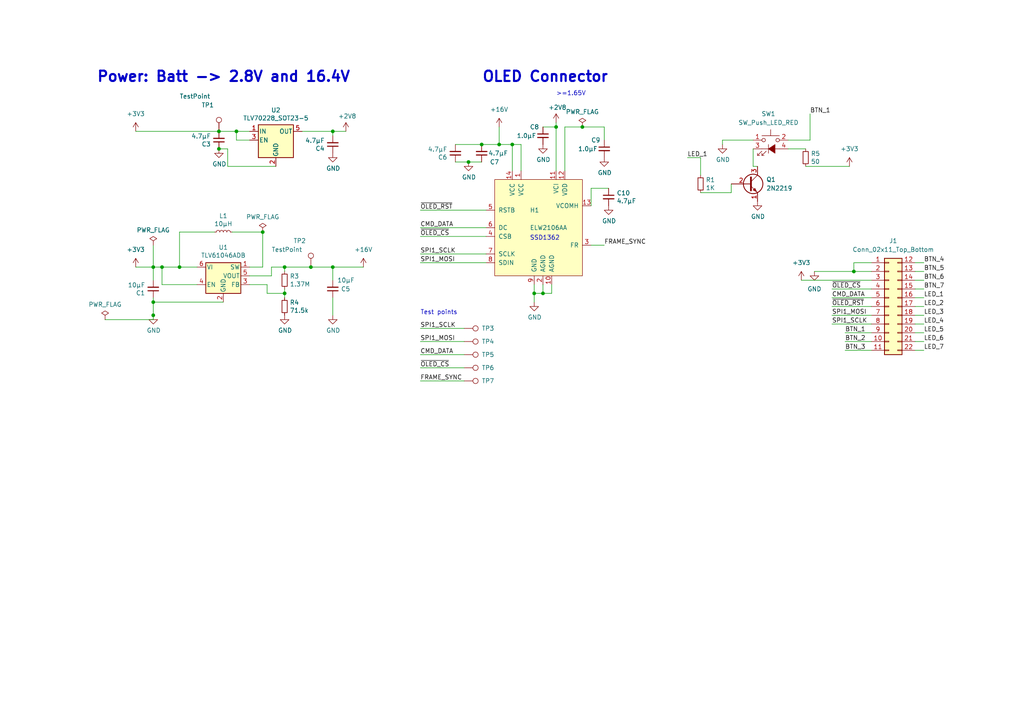
<source format=kicad_sch>
(kicad_sch (version 20211123) (generator eeschema)

  (uuid e63e39d7-6ac0-4ffd-8aa3-1841a4541b55)

  (paper "A4")

  (lib_symbols
    (symbol "Connector:TestPoint" (pin_numbers hide) (pin_names (offset 0.762) hide) (in_bom yes) (on_board yes)
      (property "Reference" "TP" (id 0) (at 0 6.858 0)
        (effects (font (size 1.27 1.27)))
      )
      (property "Value" "TestPoint" (id 1) (at 0 5.08 0)
        (effects (font (size 1.27 1.27)))
      )
      (property "Footprint" "" (id 2) (at 5.08 0 0)
        (effects (font (size 1.27 1.27)) hide)
      )
      (property "Datasheet" "~" (id 3) (at 5.08 0 0)
        (effects (font (size 1.27 1.27)) hide)
      )
      (property "ki_keywords" "test point tp" (id 4) (at 0 0 0)
        (effects (font (size 1.27 1.27)) hide)
      )
      (property "ki_description" "test point" (id 5) (at 0 0 0)
        (effects (font (size 1.27 1.27)) hide)
      )
      (property "ki_fp_filters" "Pin* Test*" (id 6) (at 0 0 0)
        (effects (font (size 1.27 1.27)) hide)
      )
      (symbol "TestPoint_0_1"
        (circle (center 0 3.302) (radius 0.762)
          (stroke (width 0) (type default) (color 0 0 0 0))
          (fill (type none))
        )
      )
      (symbol "TestPoint_1_1"
        (pin passive line (at 0 0 90) (length 2.54)
          (name "1" (effects (font (size 1.27 1.27))))
          (number "1" (effects (font (size 1.27 1.27))))
        )
      )
    )
    (symbol "Connector_Generic:Conn_02x11_Top_Bottom" (pin_names (offset 1.016) hide) (in_bom yes) (on_board yes)
      (property "Reference" "J" (id 0) (at 1.27 15.24 0)
        (effects (font (size 1.27 1.27)))
      )
      (property "Value" "Conn_02x11_Top_Bottom" (id 1) (at 1.27 -15.24 0)
        (effects (font (size 1.27 1.27)))
      )
      (property "Footprint" "" (id 2) (at 0 0 0)
        (effects (font (size 1.27 1.27)) hide)
      )
      (property "Datasheet" "~" (id 3) (at 0 0 0)
        (effects (font (size 1.27 1.27)) hide)
      )
      (property "ki_keywords" "connector" (id 4) (at 0 0 0)
        (effects (font (size 1.27 1.27)) hide)
      )
      (property "ki_description" "Generic connector, double row, 02x11, top/bottom pin numbering scheme (row 1: 1...pins_per_row, row2: pins_per_row+1 ... num_pins), script generated (kicad-library-utils/schlib/autogen/connector/)" (id 5) (at 0 0 0)
        (effects (font (size 1.27 1.27)) hide)
      )
      (property "ki_fp_filters" "Connector*:*_2x??_*" (id 6) (at 0 0 0)
        (effects (font (size 1.27 1.27)) hide)
      )
      (symbol "Conn_02x11_Top_Bottom_1_1"
        (rectangle (start -1.27 -12.573) (end 0 -12.827)
          (stroke (width 0.1524) (type default) (color 0 0 0 0))
          (fill (type none))
        )
        (rectangle (start -1.27 -10.033) (end 0 -10.287)
          (stroke (width 0.1524) (type default) (color 0 0 0 0))
          (fill (type none))
        )
        (rectangle (start -1.27 -7.493) (end 0 -7.747)
          (stroke (width 0.1524) (type default) (color 0 0 0 0))
          (fill (type none))
        )
        (rectangle (start -1.27 -4.953) (end 0 -5.207)
          (stroke (width 0.1524) (type default) (color 0 0 0 0))
          (fill (type none))
        )
        (rectangle (start -1.27 -2.413) (end 0 -2.667)
          (stroke (width 0.1524) (type default) (color 0 0 0 0))
          (fill (type none))
        )
        (rectangle (start -1.27 0.127) (end 0 -0.127)
          (stroke (width 0.1524) (type default) (color 0 0 0 0))
          (fill (type none))
        )
        (rectangle (start -1.27 2.667) (end 0 2.413)
          (stroke (width 0.1524) (type default) (color 0 0 0 0))
          (fill (type none))
        )
        (rectangle (start -1.27 5.207) (end 0 4.953)
          (stroke (width 0.1524) (type default) (color 0 0 0 0))
          (fill (type none))
        )
        (rectangle (start -1.27 7.747) (end 0 7.493)
          (stroke (width 0.1524) (type default) (color 0 0 0 0))
          (fill (type none))
        )
        (rectangle (start -1.27 10.287) (end 0 10.033)
          (stroke (width 0.1524) (type default) (color 0 0 0 0))
          (fill (type none))
        )
        (rectangle (start -1.27 12.827) (end 0 12.573)
          (stroke (width 0.1524) (type default) (color 0 0 0 0))
          (fill (type none))
        )
        (rectangle (start -1.27 13.97) (end 3.81 -13.97)
          (stroke (width 0.254) (type default) (color 0 0 0 0))
          (fill (type background))
        )
        (rectangle (start 3.81 -12.573) (end 2.54 -12.827)
          (stroke (width 0.1524) (type default) (color 0 0 0 0))
          (fill (type none))
        )
        (rectangle (start 3.81 -10.033) (end 2.54 -10.287)
          (stroke (width 0.1524) (type default) (color 0 0 0 0))
          (fill (type none))
        )
        (rectangle (start 3.81 -7.493) (end 2.54 -7.747)
          (stroke (width 0.1524) (type default) (color 0 0 0 0))
          (fill (type none))
        )
        (rectangle (start 3.81 -4.953) (end 2.54 -5.207)
          (stroke (width 0.1524) (type default) (color 0 0 0 0))
          (fill (type none))
        )
        (rectangle (start 3.81 -2.413) (end 2.54 -2.667)
          (stroke (width 0.1524) (type default) (color 0 0 0 0))
          (fill (type none))
        )
        (rectangle (start 3.81 0.127) (end 2.54 -0.127)
          (stroke (width 0.1524) (type default) (color 0 0 0 0))
          (fill (type none))
        )
        (rectangle (start 3.81 2.667) (end 2.54 2.413)
          (stroke (width 0.1524) (type default) (color 0 0 0 0))
          (fill (type none))
        )
        (rectangle (start 3.81 5.207) (end 2.54 4.953)
          (stroke (width 0.1524) (type default) (color 0 0 0 0))
          (fill (type none))
        )
        (rectangle (start 3.81 7.747) (end 2.54 7.493)
          (stroke (width 0.1524) (type default) (color 0 0 0 0))
          (fill (type none))
        )
        (rectangle (start 3.81 10.287) (end 2.54 10.033)
          (stroke (width 0.1524) (type default) (color 0 0 0 0))
          (fill (type none))
        )
        (rectangle (start 3.81 12.827) (end 2.54 12.573)
          (stroke (width 0.1524) (type default) (color 0 0 0 0))
          (fill (type none))
        )
        (pin passive line (at -5.08 12.7 0) (length 3.81)
          (name "Pin_1" (effects (font (size 1.27 1.27))))
          (number "1" (effects (font (size 1.27 1.27))))
        )
        (pin passive line (at -5.08 -10.16 0) (length 3.81)
          (name "Pin_10" (effects (font (size 1.27 1.27))))
          (number "10" (effects (font (size 1.27 1.27))))
        )
        (pin passive line (at -5.08 -12.7 0) (length 3.81)
          (name "Pin_11" (effects (font (size 1.27 1.27))))
          (number "11" (effects (font (size 1.27 1.27))))
        )
        (pin passive line (at 7.62 12.7 180) (length 3.81)
          (name "Pin_12" (effects (font (size 1.27 1.27))))
          (number "12" (effects (font (size 1.27 1.27))))
        )
        (pin passive line (at 7.62 10.16 180) (length 3.81)
          (name "Pin_13" (effects (font (size 1.27 1.27))))
          (number "13" (effects (font (size 1.27 1.27))))
        )
        (pin passive line (at 7.62 7.62 180) (length 3.81)
          (name "Pin_14" (effects (font (size 1.27 1.27))))
          (number "14" (effects (font (size 1.27 1.27))))
        )
        (pin passive line (at 7.62 5.08 180) (length 3.81)
          (name "Pin_15" (effects (font (size 1.27 1.27))))
          (number "15" (effects (font (size 1.27 1.27))))
        )
        (pin passive line (at 7.62 2.54 180) (length 3.81)
          (name "Pin_16" (effects (font (size 1.27 1.27))))
          (number "16" (effects (font (size 1.27 1.27))))
        )
        (pin passive line (at 7.62 0 180) (length 3.81)
          (name "Pin_17" (effects (font (size 1.27 1.27))))
          (number "17" (effects (font (size 1.27 1.27))))
        )
        (pin passive line (at 7.62 -2.54 180) (length 3.81)
          (name "Pin_18" (effects (font (size 1.27 1.27))))
          (number "18" (effects (font (size 1.27 1.27))))
        )
        (pin passive line (at 7.62 -5.08 180) (length 3.81)
          (name "Pin_19" (effects (font (size 1.27 1.27))))
          (number "19" (effects (font (size 1.27 1.27))))
        )
        (pin passive line (at -5.08 10.16 0) (length 3.81)
          (name "Pin_2" (effects (font (size 1.27 1.27))))
          (number "2" (effects (font (size 1.27 1.27))))
        )
        (pin passive line (at 7.62 -7.62 180) (length 3.81)
          (name "Pin_20" (effects (font (size 1.27 1.27))))
          (number "20" (effects (font (size 1.27 1.27))))
        )
        (pin passive line (at 7.62 -10.16 180) (length 3.81)
          (name "Pin_21" (effects (font (size 1.27 1.27))))
          (number "21" (effects (font (size 1.27 1.27))))
        )
        (pin passive line (at 7.62 -12.7 180) (length 3.81)
          (name "Pin_22" (effects (font (size 1.27 1.27))))
          (number "22" (effects (font (size 1.27 1.27))))
        )
        (pin passive line (at -5.08 7.62 0) (length 3.81)
          (name "Pin_3" (effects (font (size 1.27 1.27))))
          (number "3" (effects (font (size 1.27 1.27))))
        )
        (pin passive line (at -5.08 5.08 0) (length 3.81)
          (name "Pin_4" (effects (font (size 1.27 1.27))))
          (number "4" (effects (font (size 1.27 1.27))))
        )
        (pin passive line (at -5.08 2.54 0) (length 3.81)
          (name "Pin_5" (effects (font (size 1.27 1.27))))
          (number "5" (effects (font (size 1.27 1.27))))
        )
        (pin passive line (at -5.08 0 0) (length 3.81)
          (name "Pin_6" (effects (font (size 1.27 1.27))))
          (number "6" (effects (font (size 1.27 1.27))))
        )
        (pin passive line (at -5.08 -2.54 0) (length 3.81)
          (name "Pin_7" (effects (font (size 1.27 1.27))))
          (number "7" (effects (font (size 1.27 1.27))))
        )
        (pin passive line (at -5.08 -5.08 0) (length 3.81)
          (name "Pin_8" (effects (font (size 1.27 1.27))))
          (number "8" (effects (font (size 1.27 1.27))))
        )
        (pin passive line (at -5.08 -7.62 0) (length 3.81)
          (name "Pin_9" (effects (font (size 1.27 1.27))))
          (number "9" (effects (font (size 1.27 1.27))))
        )
      )
    )
    (symbol "Device:C_Small" (pin_numbers hide) (pin_names (offset 0.254) hide) (in_bom yes) (on_board yes)
      (property "Reference" "C" (id 0) (at 0.254 1.778 0)
        (effects (font (size 1.27 1.27)) (justify left))
      )
      (property "Value" "C_Small" (id 1) (at 0.254 -2.032 0)
        (effects (font (size 1.27 1.27)) (justify left))
      )
      (property "Footprint" "" (id 2) (at 0 0 0)
        (effects (font (size 1.27 1.27)) hide)
      )
      (property "Datasheet" "~" (id 3) (at 0 0 0)
        (effects (font (size 1.27 1.27)) hide)
      )
      (property "ki_keywords" "capacitor cap" (id 4) (at 0 0 0)
        (effects (font (size 1.27 1.27)) hide)
      )
      (property "ki_description" "Unpolarized capacitor, small symbol" (id 5) (at 0 0 0)
        (effects (font (size 1.27 1.27)) hide)
      )
      (property "ki_fp_filters" "C_*" (id 6) (at 0 0 0)
        (effects (font (size 1.27 1.27)) hide)
      )
      (symbol "C_Small_0_1"
        (polyline
          (pts
            (xy -1.524 -0.508)
            (xy 1.524 -0.508)
          )
          (stroke (width 0.3302) (type default) (color 0 0 0 0))
          (fill (type none))
        )
        (polyline
          (pts
            (xy -1.524 0.508)
            (xy 1.524 0.508)
          )
          (stroke (width 0.3048) (type default) (color 0 0 0 0))
          (fill (type none))
        )
      )
      (symbol "C_Small_1_1"
        (pin passive line (at 0 2.54 270) (length 2.032)
          (name "~" (effects (font (size 1.27 1.27))))
          (number "1" (effects (font (size 1.27 1.27))))
        )
        (pin passive line (at 0 -2.54 90) (length 2.032)
          (name "~" (effects (font (size 1.27 1.27))))
          (number "2" (effects (font (size 1.27 1.27))))
        )
      )
    )
    (symbol "Device:L_Small" (pin_numbers hide) (pin_names (offset 0.254) hide) (in_bom yes) (on_board yes)
      (property "Reference" "L" (id 0) (at 0.762 1.016 0)
        (effects (font (size 1.27 1.27)) (justify left))
      )
      (property "Value" "L_Small" (id 1) (at 0.762 -1.016 0)
        (effects (font (size 1.27 1.27)) (justify left))
      )
      (property "Footprint" "" (id 2) (at 0 0 0)
        (effects (font (size 1.27 1.27)) hide)
      )
      (property "Datasheet" "~" (id 3) (at 0 0 0)
        (effects (font (size 1.27 1.27)) hide)
      )
      (property "ki_keywords" "inductor choke coil reactor magnetic" (id 4) (at 0 0 0)
        (effects (font (size 1.27 1.27)) hide)
      )
      (property "ki_description" "Inductor, small symbol" (id 5) (at 0 0 0)
        (effects (font (size 1.27 1.27)) hide)
      )
      (property "ki_fp_filters" "Choke_* *Coil* Inductor_* L_*" (id 6) (at 0 0 0)
        (effects (font (size 1.27 1.27)) hide)
      )
      (symbol "L_Small_0_1"
        (arc (start 0 -2.032) (mid 0.508 -1.524) (end 0 -1.016)
          (stroke (width 0) (type default) (color 0 0 0 0))
          (fill (type none))
        )
        (arc (start 0 -1.016) (mid 0.508 -0.508) (end 0 0)
          (stroke (width 0) (type default) (color 0 0 0 0))
          (fill (type none))
        )
        (arc (start 0 0) (mid 0.508 0.508) (end 0 1.016)
          (stroke (width 0) (type default) (color 0 0 0 0))
          (fill (type none))
        )
        (arc (start 0 1.016) (mid 0.508 1.524) (end 0 2.032)
          (stroke (width 0) (type default) (color 0 0 0 0))
          (fill (type none))
        )
      )
      (symbol "L_Small_1_1"
        (pin passive line (at 0 2.54 270) (length 0.508)
          (name "~" (effects (font (size 1.27 1.27))))
          (number "1" (effects (font (size 1.27 1.27))))
        )
        (pin passive line (at 0 -2.54 90) (length 0.508)
          (name "~" (effects (font (size 1.27 1.27))))
          (number "2" (effects (font (size 1.27 1.27))))
        )
      )
    )
    (symbol "Device:R_Small" (pin_numbers hide) (pin_names (offset 0.254) hide) (in_bom yes) (on_board yes)
      (property "Reference" "R" (id 0) (at 0.762 0.508 0)
        (effects (font (size 1.27 1.27)) (justify left))
      )
      (property "Value" "R_Small" (id 1) (at 0.762 -1.016 0)
        (effects (font (size 1.27 1.27)) (justify left))
      )
      (property "Footprint" "" (id 2) (at 0 0 0)
        (effects (font (size 1.27 1.27)) hide)
      )
      (property "Datasheet" "~" (id 3) (at 0 0 0)
        (effects (font (size 1.27 1.27)) hide)
      )
      (property "ki_keywords" "R resistor" (id 4) (at 0 0 0)
        (effects (font (size 1.27 1.27)) hide)
      )
      (property "ki_description" "Resistor, small symbol" (id 5) (at 0 0 0)
        (effects (font (size 1.27 1.27)) hide)
      )
      (property "ki_fp_filters" "R_*" (id 6) (at 0 0 0)
        (effects (font (size 1.27 1.27)) hide)
      )
      (symbol "R_Small_0_1"
        (rectangle (start -0.762 1.778) (end 0.762 -1.778)
          (stroke (width 0.2032) (type default) (color 0 0 0 0))
          (fill (type none))
        )
      )
      (symbol "R_Small_1_1"
        (pin passive line (at 0 2.54 270) (length 0.762)
          (name "~" (effects (font (size 1.27 1.27))))
          (number "1" (effects (font (size 1.27 1.27))))
        )
        (pin passive line (at 0 -2.54 90) (length 0.762)
          (name "~" (effects (font (size 1.27 1.27))))
          (number "2" (effects (font (size 1.27 1.27))))
        )
      )
    )
    (symbol "Regulator_Linear:TLV70228_SOT23-5" (pin_names (offset 0.254)) (in_bom yes) (on_board yes)
      (property "Reference" "U" (id 0) (at -3.81 5.715 0)
        (effects (font (size 1.27 1.27)))
      )
      (property "Value" "TLV70228_SOT23-5" (id 1) (at 0 5.715 0)
        (effects (font (size 1.27 1.27)) (justify left))
      )
      (property "Footprint" "Package_TO_SOT_SMD:SOT-23-5" (id 2) (at 0 8.255 0)
        (effects (font (size 1.27 1.27) italic) hide)
      )
      (property "Datasheet" "http://www.ti.com/lit/ds/symlink/tlv702.pdf" (id 3) (at 0 1.27 0)
        (effects (font (size 1.27 1.27)) hide)
      )
      (property "ki_keywords" "300mA LDO Regulator Fixed Positive" (id 4) (at 0 0 0)
        (effects (font (size 1.27 1.27)) hide)
      )
      (property "ki_description" "300mA Low Dropout Voltage Regulator, Fixed Output 2.8V, SOT-23-5" (id 5) (at 0 0 0)
        (effects (font (size 1.27 1.27)) hide)
      )
      (property "ki_fp_filters" "SOT?23*" (id 6) (at 0 0 0)
        (effects (font (size 1.27 1.27)) hide)
      )
      (symbol "TLV70228_SOT23-5_0_1"
        (rectangle (start -5.08 4.445) (end 5.08 -5.08)
          (stroke (width 0.254) (type default) (color 0 0 0 0))
          (fill (type background))
        )
      )
      (symbol "TLV70228_SOT23-5_1_1"
        (pin power_in line (at -7.62 2.54 0) (length 2.54)
          (name "IN" (effects (font (size 1.27 1.27))))
          (number "1" (effects (font (size 1.27 1.27))))
        )
        (pin power_in line (at 0 -7.62 90) (length 2.54)
          (name "GND" (effects (font (size 1.27 1.27))))
          (number "2" (effects (font (size 1.27 1.27))))
        )
        (pin input line (at -7.62 0 0) (length 2.54)
          (name "EN" (effects (font (size 1.27 1.27))))
          (number "3" (effects (font (size 1.27 1.27))))
        )
        (pin no_connect line (at 5.08 0 180) (length 2.54) hide
          (name "NC" (effects (font (size 1.27 1.27))))
          (number "4" (effects (font (size 1.27 1.27))))
        )
        (pin power_out line (at 7.62 2.54 180) (length 2.54)
          (name "OUT" (effects (font (size 1.27 1.27))))
          (number "5" (effects (font (size 1.27 1.27))))
        )
      )
    )
    (symbol "Regulator_Switching:TLV61046ADB" (pin_names (offset 0.254)) (in_bom yes) (on_board yes)
      (property "Reference" "U" (id 0) (at -5.08 7.62 0)
        (effects (font (size 1.27 1.27)) (justify left))
      )
      (property "Value" "TLV61046ADB" (id 1) (at 0 7.62 0)
        (effects (font (size 1.27 1.27)) (justify left))
      )
      (property "Footprint" "Package_TO_SOT_SMD:SOT-23-6" (id 2) (at 1.27 -3.81 0)
        (effects (font (size 1.27 1.27) italic) (justify left) hide)
      )
      (property "Datasheet" "http://www.ti.com/lit/ds/symlink/tlv61046a.pdf" (id 3) (at 0 2.54 0)
        (effects (font (size 1.27 1.27)) hide)
      )
      (property "ki_keywords" "Step-Up DC-DC Converter" (id 4) (at 0 0 0)
        (effects (font (size 1.27 1.27)) hide)
      )
      (property "ki_description" "28-V Output Voltage Boost Converter with Power Diode and Isolation Switch, SOT-23-6" (id 5) (at 0 0 0)
        (effects (font (size 1.27 1.27)) hide)
      )
      (property "ki_fp_filters" "SOT?23*" (id 6) (at 0 0 0)
        (effects (font (size 1.27 1.27)) hide)
      )
      (symbol "TLV61046ADB_0_1"
        (rectangle (start -5.08 6.35) (end 5.08 -2.54)
          (stroke (width 0.254) (type default) (color 0 0 0 0))
          (fill (type background))
        )
      )
      (symbol "TLV61046ADB_1_1"
        (pin power_in line (at 7.62 5.08 180) (length 2.54)
          (name "SW" (effects (font (size 1.27 1.27))))
          (number "1" (effects (font (size 1.27 1.27))))
        )
        (pin power_in line (at 0 -5.08 90) (length 2.54)
          (name "GND" (effects (font (size 1.27 1.27))))
          (number "2" (effects (font (size 1.27 1.27))))
        )
        (pin input line (at 7.62 0 180) (length 2.54)
          (name "FB" (effects (font (size 1.27 1.27))))
          (number "3" (effects (font (size 1.27 1.27))))
        )
        (pin input line (at -7.62 0 0) (length 2.54)
          (name "EN" (effects (font (size 1.27 1.27))))
          (number "4" (effects (font (size 1.27 1.27))))
        )
        (pin power_out line (at 7.62 2.54 180) (length 2.54)
          (name "VOUT" (effects (font (size 1.27 1.27))))
          (number "5" (effects (font (size 1.27 1.27))))
        )
        (pin power_in line (at -7.62 5.08 0) (length 2.54)
          (name "VI" (effects (font (size 1.27 1.27))))
          (number "6" (effects (font (size 1.27 1.27))))
        )
      )
    )
    (symbol "Switch:SW_Push_LED" (pin_names (offset 1.016) hide) (in_bom yes) (on_board yes)
      (property "Reference" "SW" (id 0) (at 0.635 5.715 0)
        (effects (font (size 1.27 1.27)) (justify left))
      )
      (property "Value" "SW_Push_LED" (id 1) (at 0 -3.175 0)
        (effects (font (size 1.27 1.27)))
      )
      (property "Footprint" "" (id 2) (at 0 7.62 0)
        (effects (font (size 1.27 1.27)) hide)
      )
      (property "Datasheet" "~" (id 3) (at 0 7.62 0)
        (effects (font (size 1.27 1.27)) hide)
      )
      (property "ki_keywords" "switch normally-open pushbutton push-button LED" (id 4) (at 0 0 0)
        (effects (font (size 1.27 1.27)) hide)
      )
      (property "ki_description" "Push button switch with LED, generic" (id 5) (at 0 0 0)
        (effects (font (size 1.27 1.27)) hide)
      )
      (symbol "SW_Push_LED_0_0"
        (polyline
          (pts
            (xy -3.81 -1.905)
            (xy -2.54 -0.635)
          )
          (stroke (width 0) (type default) (color 0 0 0 0))
          (fill (type none))
        )
        (polyline
          (pts
            (xy -2.54 -1.905)
            (xy -1.27 -0.635)
          )
          (stroke (width 0) (type default) (color 0 0 0 0))
          (fill (type none))
        )
        (polyline
          (pts
            (xy -2.54 0)
            (xy 2.54 0)
          )
          (stroke (width 0) (type default) (color 0 0 0 0))
          (fill (type none))
        )
        (polyline
          (pts
            (xy -0.635 1.27)
            (xy -0.635 -1.27)
          )
          (stroke (width 0) (type default) (color 0 0 0 0))
          (fill (type none))
        )
        (polyline
          (pts
            (xy -3.81 -1.27)
            (xy -3.81 -1.905)
            (xy -3.175 -1.905)
          )
          (stroke (width 0) (type default) (color 0 0 0 0))
          (fill (type none))
        )
        (polyline
          (pts
            (xy -2.54 -1.27)
            (xy -2.54 -1.905)
            (xy -1.905 -1.905)
          )
          (stroke (width 0) (type default) (color 0 0 0 0))
          (fill (type none))
        )
        (polyline
          (pts
            (xy -0.635 0)
            (xy 1.27 1.27)
            (xy 1.27 -1.27)
            (xy -0.635 0)
          )
          (stroke (width 0) (type default) (color 0 0 0 0))
          (fill (type outline))
        )
      )
      (symbol "SW_Push_LED_0_1"
        (circle (center -2.032 2.54) (radius 0.508)
          (stroke (width 0) (type default) (color 0 0 0 0))
          (fill (type none))
        )
        (polyline
          (pts
            (xy 0 3.81)
            (xy 0 5.588)
          )
          (stroke (width 0) (type default) (color 0 0 0 0))
          (fill (type none))
        )
        (polyline
          (pts
            (xy 2.54 3.81)
            (xy -2.54 3.81)
          )
          (stroke (width 0) (type default) (color 0 0 0 0))
          (fill (type none))
        )
        (circle (center 2.032 2.54) (radius 0.508)
          (stroke (width 0) (type default) (color 0 0 0 0))
          (fill (type none))
        )
        (pin passive line (at -5.08 2.54 0) (length 2.54)
          (name "1" (effects (font (size 1.27 1.27))))
          (number "1" (effects (font (size 1.27 1.27))))
        )
        (pin passive line (at 5.08 2.54 180) (length 2.54)
          (name "2" (effects (font (size 1.27 1.27))))
          (number "2" (effects (font (size 1.27 1.27))))
        )
        (pin passive line (at -5.08 0 0) (length 2.54)
          (name "K" (effects (font (size 1.27 1.27))))
          (number "3" (effects (font (size 1.27 1.27))))
        )
        (pin passive line (at 5.08 0 180) (length 2.54)
          (name "A" (effects (font (size 1.27 1.27))))
          (number "4" (effects (font (size 1.27 1.27))))
        )
      )
    )
    (symbol "Transistor_BJT:2N2219" (pin_names (offset 0) hide) (in_bom yes) (on_board yes)
      (property "Reference" "Q" (id 0) (at 5.08 1.905 0)
        (effects (font (size 1.27 1.27)) (justify left))
      )
      (property "Value" "2N2219" (id 1) (at 5.08 0 0)
        (effects (font (size 1.27 1.27)) (justify left))
      )
      (property "Footprint" "Package_TO_SOT_THT:TO-39-3" (id 2) (at 5.08 -1.905 0)
        (effects (font (size 1.27 1.27) italic) (justify left) hide)
      )
      (property "Datasheet" "http://www.onsemi.com/pub_link/Collateral/2N2219-D.PDF" (id 3) (at 0 0 0)
        (effects (font (size 1.27 1.27)) (justify left) hide)
      )
      (property "ki_keywords" "NPN Transistor" (id 4) (at 0 0 0)
        (effects (font (size 1.27 1.27)) hide)
      )
      (property "ki_description" "800mA Ic, 50V Vce, NPN Transistor, TO-39" (id 5) (at 0 0 0)
        (effects (font (size 1.27 1.27)) hide)
      )
      (property "ki_fp_filters" "TO?39*" (id 6) (at 0 0 0)
        (effects (font (size 1.27 1.27)) hide)
      )
      (symbol "2N2219_0_1"
        (polyline
          (pts
            (xy 0.635 0.635)
            (xy 2.54 2.54)
          )
          (stroke (width 0) (type default) (color 0 0 0 0))
          (fill (type none))
        )
        (polyline
          (pts
            (xy 0.635 -0.635)
            (xy 2.54 -2.54)
            (xy 2.54 -2.54)
          )
          (stroke (width 0) (type default) (color 0 0 0 0))
          (fill (type none))
        )
        (polyline
          (pts
            (xy 0.635 1.905)
            (xy 0.635 -1.905)
            (xy 0.635 -1.905)
          )
          (stroke (width 0.508) (type default) (color 0 0 0 0))
          (fill (type none))
        )
        (polyline
          (pts
            (xy 1.27 -1.778)
            (xy 1.778 -1.27)
            (xy 2.286 -2.286)
            (xy 1.27 -1.778)
            (xy 1.27 -1.778)
          )
          (stroke (width 0) (type default) (color 0 0 0 0))
          (fill (type outline))
        )
        (circle (center 1.27 0) (radius 2.8194)
          (stroke (width 0.254) (type default) (color 0 0 0 0))
          (fill (type none))
        )
      )
      (symbol "2N2219_1_1"
        (pin passive line (at 2.54 -5.08 90) (length 2.54)
          (name "E" (effects (font (size 1.27 1.27))))
          (number "1" (effects (font (size 1.27 1.27))))
        )
        (pin passive line (at -5.08 0 0) (length 5.715)
          (name "B" (effects (font (size 1.27 1.27))))
          (number "2" (effects (font (size 1.27 1.27))))
        )
        (pin passive line (at 2.54 5.08 270) (length 2.54)
          (name "C" (effects (font (size 1.27 1.27))))
          (number "3" (effects (font (size 1.27 1.27))))
        )
      )
    )
    (symbol "power:+2V8" (power) (pin_names (offset 0)) (in_bom yes) (on_board yes)
      (property "Reference" "#PWR" (id 0) (at 0 -3.81 0)
        (effects (font (size 1.27 1.27)) hide)
      )
      (property "Value" "+2V8" (id 1) (at 0 3.556 0)
        (effects (font (size 1.27 1.27)))
      )
      (property "Footprint" "" (id 2) (at 0 0 0)
        (effects (font (size 1.27 1.27)) hide)
      )
      (property "Datasheet" "" (id 3) (at 0 0 0)
        (effects (font (size 1.27 1.27)) hide)
      )
      (property "ki_keywords" "power-flag" (id 4) (at 0 0 0)
        (effects (font (size 1.27 1.27)) hide)
      )
      (property "ki_description" "Power symbol creates a global label with name \"+2V8\"" (id 5) (at 0 0 0)
        (effects (font (size 1.27 1.27)) hide)
      )
      (symbol "+2V8_0_1"
        (polyline
          (pts
            (xy -0.762 1.27)
            (xy 0 2.54)
          )
          (stroke (width 0) (type default) (color 0 0 0 0))
          (fill (type none))
        )
        (polyline
          (pts
            (xy 0 0)
            (xy 0 2.54)
          )
          (stroke (width 0) (type default) (color 0 0 0 0))
          (fill (type none))
        )
        (polyline
          (pts
            (xy 0 2.54)
            (xy 0.762 1.27)
          )
          (stroke (width 0) (type default) (color 0 0 0 0))
          (fill (type none))
        )
      )
      (symbol "+2V8_1_1"
        (pin power_in line (at 0 0 90) (length 0) hide
          (name "+2V8" (effects (font (size 1.27 1.27))))
          (number "1" (effects (font (size 1.27 1.27))))
        )
      )
    )
    (symbol "power:+3.3V" (power) (pin_names (offset 0)) (in_bom yes) (on_board yes)
      (property "Reference" "#PWR" (id 0) (at 0 -3.81 0)
        (effects (font (size 1.27 1.27)) hide)
      )
      (property "Value" "+3.3V" (id 1) (at 0 3.556 0)
        (effects (font (size 1.27 1.27)))
      )
      (property "Footprint" "" (id 2) (at 0 0 0)
        (effects (font (size 1.27 1.27)) hide)
      )
      (property "Datasheet" "" (id 3) (at 0 0 0)
        (effects (font (size 1.27 1.27)) hide)
      )
      (property "ki_keywords" "power-flag" (id 4) (at 0 0 0)
        (effects (font (size 1.27 1.27)) hide)
      )
      (property "ki_description" "Power symbol creates a global label with name \"+3.3V\"" (id 5) (at 0 0 0)
        (effects (font (size 1.27 1.27)) hide)
      )
      (symbol "+3.3V_0_1"
        (polyline
          (pts
            (xy -0.762 1.27)
            (xy 0 2.54)
          )
          (stroke (width 0) (type default) (color 0 0 0 0))
          (fill (type none))
        )
        (polyline
          (pts
            (xy 0 0)
            (xy 0 2.54)
          )
          (stroke (width 0) (type default) (color 0 0 0 0))
          (fill (type none))
        )
        (polyline
          (pts
            (xy 0 2.54)
            (xy 0.762 1.27)
          )
          (stroke (width 0) (type default) (color 0 0 0 0))
          (fill (type none))
        )
      )
      (symbol "+3.3V_1_1"
        (pin power_in line (at 0 0 90) (length 0) hide
          (name "+3V3" (effects (font (size 1.27 1.27))))
          (number "1" (effects (font (size 1.27 1.27))))
        )
      )
    )
    (symbol "power:GND" (power) (pin_names (offset 0)) (in_bom yes) (on_board yes)
      (property "Reference" "#PWR" (id 0) (at 0 -6.35 0)
        (effects (font (size 1.27 1.27)) hide)
      )
      (property "Value" "GND" (id 1) (at 0 -3.81 0)
        (effects (font (size 1.27 1.27)))
      )
      (property "Footprint" "" (id 2) (at 0 0 0)
        (effects (font (size 1.27 1.27)) hide)
      )
      (property "Datasheet" "" (id 3) (at 0 0 0)
        (effects (font (size 1.27 1.27)) hide)
      )
      (property "ki_keywords" "power-flag" (id 4) (at 0 0 0)
        (effects (font (size 1.27 1.27)) hide)
      )
      (property "ki_description" "Power symbol creates a global label with name \"GND\" , ground" (id 5) (at 0 0 0)
        (effects (font (size 1.27 1.27)) hide)
      )
      (symbol "GND_0_1"
        (polyline
          (pts
            (xy 0 0)
            (xy 0 -1.27)
            (xy 1.27 -1.27)
            (xy 0 -2.54)
            (xy -1.27 -1.27)
            (xy 0 -1.27)
          )
          (stroke (width 0) (type default) (color 0 0 0 0))
          (fill (type none))
        )
      )
      (symbol "GND_1_1"
        (pin power_in line (at 0 0 270) (length 0) hide
          (name "GND" (effects (font (size 1.27 1.27))))
          (number "1" (effects (font (size 1.27 1.27))))
        )
      )
    )
    (symbol "power:PWR_FLAG" (power) (pin_numbers hide) (pin_names (offset 0) hide) (in_bom yes) (on_board yes)
      (property "Reference" "#FLG" (id 0) (at 0 1.905 0)
        (effects (font (size 1.27 1.27)) hide)
      )
      (property "Value" "PWR_FLAG" (id 1) (at 0 3.81 0)
        (effects (font (size 1.27 1.27)))
      )
      (property "Footprint" "" (id 2) (at 0 0 0)
        (effects (font (size 1.27 1.27)) hide)
      )
      (property "Datasheet" "~" (id 3) (at 0 0 0)
        (effects (font (size 1.27 1.27)) hide)
      )
      (property "ki_keywords" "power-flag" (id 4) (at 0 0 0)
        (effects (font (size 1.27 1.27)) hide)
      )
      (property "ki_description" "Special symbol for telling ERC where power comes from" (id 5) (at 0 0 0)
        (effects (font (size 1.27 1.27)) hide)
      )
      (symbol "PWR_FLAG_0_0"
        (pin power_out line (at 0 0 90) (length 0)
          (name "pwr" (effects (font (size 1.27 1.27))))
          (number "1" (effects (font (size 1.27 1.27))))
        )
      )
      (symbol "PWR_FLAG_0_1"
        (polyline
          (pts
            (xy 0 0)
            (xy 0 1.27)
            (xy -1.016 1.905)
            (xy 0 2.54)
            (xy 1.016 1.905)
            (xy 0 1.27)
          )
          (stroke (width 0) (type default) (color 0 0 0 0))
          (fill (type none))
        )
      )
    )
    (symbol "serial-logger-prototype-cache:Jitter_Components_+16V" (power) (pin_names (offset 0)) (in_bom yes) (on_board yes)
      (property "Reference" "#PWR" (id 0) (at 0 -3.81 0)
        (effects (font (size 1.27 1.27)) hide)
      )
      (property "Value" "Jitter_Components_+16V" (id 1) (at 0 3.556 0)
        (effects (font (size 1.27 1.27)))
      )
      (property "Footprint" "" (id 2) (at 0 0 0)
        (effects (font (size 1.27 1.27)) hide)
      )
      (property "Datasheet" "" (id 3) (at 0 0 0)
        (effects (font (size 1.27 1.27)) hide)
      )
      (symbol "Jitter_Components_+16V_0_1"
        (polyline
          (pts
            (xy -0.762 1.27)
            (xy 0 2.54)
          )
          (stroke (width 0) (type default) (color 0 0 0 0))
          (fill (type none))
        )
        (polyline
          (pts
            (xy 0 0)
            (xy 0 2.54)
          )
          (stroke (width 0) (type default) (color 0 0 0 0))
          (fill (type none))
        )
        (polyline
          (pts
            (xy 0 2.54)
            (xy 0.762 1.27)
          )
          (stroke (width 0) (type default) (color 0 0 0 0))
          (fill (type none))
        )
      )
      (symbol "Jitter_Components_+16V_1_1"
        (pin power_in line (at 0 0 90) (length 0) hide
          (name "+16V" (effects (font (size 1.27 1.27))))
          (number "1" (effects (font (size 1.27 1.27))))
        )
      )
    )
    (symbol "serial-logger-prototype-cache:Jitter_Components_ELW2106AA" (pin_names (offset 1.016)) (in_bom yes) (on_board yes)
      (property "Reference" "H" (id 0) (at -10.16 15.24 0)
        (effects (font (size 1.27 1.27)))
      )
      (property "Value" "Jitter_Components_ELW2106AA" (id 1) (at 0 2.54 0)
        (effects (font (size 1.27 1.27)))
      )
      (property "Footprint" "Jitter_Footprints:Molex_503480-1400-1x14-1MP_P0.5mm_Horizontal" (id 2) (at -3.81 1.27 0)
        (effects (font (size 1.27 1.27)) hide)
      )
      (property "Datasheet" "" (id 3) (at 2.54 2.54 0)
        (effects (font (size 1.27 1.27)) hide)
      )
      (symbol "Jitter_Components_ELW2106AA_0_0"
        (pin power_in line (at -5.08 16.51 270) (length 2.54)
          (name "VCC" (effects (font (size 1.27 1.27))))
          (number "1" (effects (font (size 1.27 1.27))))
        )
        (pin power_in line (at 3.81 -16.51 90) (length 2.54)
          (name "AGND" (effects (font (size 1.27 1.27))))
          (number "10" (effects (font (size 1.27 1.27))))
        )
        (pin power_in line (at 5.08 16.51 270) (length 2.54)
          (name "VCI" (effects (font (size 1.27 1.27))))
          (number "11" (effects (font (size 1.27 1.27))))
        )
        (pin power_in line (at 7.62 16.51 270) (length 2.54)
          (name "VDD" (effects (font (size 1.27 1.27))))
          (number "12" (effects (font (size 1.27 1.27))))
        )
        (pin power_out line (at 15.24 6.35 180) (length 2.54)
          (name "VCOMH" (effects (font (size 1.27 1.27))))
          (number "13" (effects (font (size 1.27 1.27))))
        )
        (pin power_in line (at -7.62 16.51 270) (length 2.54)
          (name "VCC" (effects (font (size 1.27 1.27))))
          (number "14" (effects (font (size 1.27 1.27))))
        )
        (pin power_in line (at 1.27 -16.51 90) (length 2.54)
          (name "AGND" (effects (font (size 1.27 1.27))))
          (number "2" (effects (font (size 1.27 1.27))))
        )
        (pin output line (at 15.24 -5.08 180) (length 2.54)
          (name "FR" (effects (font (size 1.27 1.27))))
          (number "3" (effects (font (size 1.27 1.27))))
        )
        (pin input line (at -15.24 -2.54 0) (length 2.54)
          (name "CSB" (effects (font (size 1.27 1.27))))
          (number "4" (effects (font (size 1.27 1.27))))
        )
        (pin input line (at -15.24 5.08 0) (length 2.54)
          (name "RSTB" (effects (font (size 1.27 1.27))))
          (number "5" (effects (font (size 1.27 1.27))))
        )
        (pin input line (at -15.24 0 0) (length 2.54)
          (name "DC" (effects (font (size 1.27 1.27))))
          (number "6" (effects (font (size 1.27 1.27))))
        )
        (pin input line (at -15.24 -7.62 0) (length 2.54)
          (name "SCLK" (effects (font (size 1.27 1.27))))
          (number "7" (effects (font (size 1.27 1.27))))
        )
        (pin input line (at -15.24 -10.16 0) (length 2.54)
          (name "SDIN" (effects (font (size 1.27 1.27))))
          (number "8" (effects (font (size 1.27 1.27))))
        )
        (pin power_in line (at -1.27 -16.51 90) (length 2.54)
          (name "GND" (effects (font (size 1.27 1.27))))
          (number "9" (effects (font (size 1.27 1.27))))
        )
      )
      (symbol "Jitter_Components_ELW2106AA_0_1"
        (rectangle (start -12.7 13.97) (end 12.7 -13.97)
          (stroke (width 0) (type default) (color 0 0 0 0))
          (fill (type background))
        )
      )
    )
  )

  (junction (at 76.2 67.31) (diameter 0) (color 0 0 0 0)
    (uuid 00e4ff99-836d-45e1-bf44-9ede0f47c204)
  )
  (junction (at 247.65 78.74) (diameter 0) (color 0 0 0 0)
    (uuid 331c35ce-50f7-4b22-9fac-f337b7e526cc)
  )
  (junction (at 154.94 85.09) (diameter 0) (color 0 0 0 0)
    (uuid 41b4f8c6-4973-4fc7-9118-d582bc7f31e7)
  )
  (junction (at 44.45 87.63) (diameter 0) (color 0 0 0 0)
    (uuid 4634fb0b-2e9e-4197-8cb5-757f99e1ebb8)
  )
  (junction (at 90.17 77.47) (diameter 0) (color 0 0 0 0)
    (uuid 4fcf1c08-0efc-4e7f-ac86-76d55a0b85a0)
  )
  (junction (at 157.48 85.09) (diameter 0) (color 0 0 0 0)
    (uuid 54093c93-5e7e-4c8d-8d94-40c077747c12)
  )
  (junction (at 168.91 36.83) (diameter 0) (color 0 0 0 0)
    (uuid 5a33f5a4-a470-4c04-9e2d-532b5f01a5d6)
  )
  (junction (at 96.52 38.1) (diameter 0) (color 0 0 0 0)
    (uuid 667971fe-abca-4a7e-850c-399b7c4a9169)
  )
  (junction (at 82.55 85.09) (diameter 0) (color 0 0 0 0)
    (uuid 6b74a168-5d7b-4d08-9a76-51b743083749)
  )
  (junction (at 161.29 36.83) (diameter 0) (color 0 0 0 0)
    (uuid 6f1beb86-67e1-46bf-8c2b-6d1e1485d5c0)
  )
  (junction (at 139.7 41.91) (diameter 0) (color 0 0 0 0)
    (uuid 8b3ba7fc-20b6-43c4-a020-80151e1caecc)
  )
  (junction (at 46.99 77.47) (diameter 0) (color 0 0 0 0)
    (uuid 93506527-f6bb-49e0-9255-9391992cd422)
  )
  (junction (at 148.59 41.91) (diameter 0) (color 0 0 0 0)
    (uuid 9640e044-e4b2-4c33-9e1c-1d9894a69337)
  )
  (junction (at 63.5 38.1) (diameter 0) (color 0 0 0 0)
    (uuid a1ff99f3-4674-4b77-aaee-8bfef9eeac71)
  )
  (junction (at 52.07 77.47) (diameter 0) (color 0 0 0 0)
    (uuid accb3325-470c-4a79-b2da-8615b3c6f2b4)
  )
  (junction (at 135.89 46.99) (diameter 0) (color 0 0 0 0)
    (uuid ae8bb5ae-95ee-4e2d-8a0c-ae5b6149b4e3)
  )
  (junction (at 82.55 77.47) (diameter 0) (color 0 0 0 0)
    (uuid c50d6d45-acbd-41da-8eee-ed879a037d0f)
  )
  (junction (at 44.45 91.44) (diameter 0) (color 0 0 0 0)
    (uuid c6b77d32-1580-48d2-a88e-b113f9162e1f)
  )
  (junction (at 44.45 77.47) (diameter 0) (color 0 0 0 0)
    (uuid db79efc0-e826-4a1c-87e6-cbe23d1836c8)
  )
  (junction (at 96.52 77.47) (diameter 0) (color 0 0 0 0)
    (uuid eac4ad10-c7a9-49c8-89c3-963ea9a2abd9)
  )
  (junction (at 63.5 43.18) (diameter 0) (color 0 0 0 0)
    (uuid faddc1e0-dcfd-4fe3-8e80-f89aa6f8f735)
  )
  (junction (at 144.78 41.91) (diameter 0) (color 0 0 0 0)
    (uuid fd29cce5-2d5d-4676-956a-df49a3c13d23)
  )
  (junction (at 68.58 38.1) (diameter 0) (color 0 0 0 0)
    (uuid ff66c660-50c0-47b3-995e-2643175fe986)
  )

  (wire (pts (xy 160.02 82.55) (xy 160.02 85.09))
    (stroke (width 0) (type default) (color 0 0 0 0))
    (uuid 01024d27-e392-4482-9e67-565b0c294fe8)
  )
  (wire (pts (xy 39.37 38.1) (xy 63.5 38.1))
    (stroke (width 0) (type default) (color 0 0 0 0))
    (uuid 028fa86a-5859-41be-bd1f-58207503dfac)
  )
  (wire (pts (xy 161.29 35.56) (xy 161.29 36.83))
    (stroke (width 0) (type default) (color 0 0 0 0))
    (uuid 0554bea0-89b2-4e25-9ea3-4c73921c94cb)
  )
  (wire (pts (xy 82.55 83.82) (xy 82.55 85.09))
    (stroke (width 0) (type default) (color 0 0 0 0))
    (uuid 07d2c7d8-9c1c-4f16-95c1-8045b9f45cf2)
  )
  (wire (pts (xy 245.11 96.52) (xy 252.73 96.52))
    (stroke (width 0) (type default) (color 0 0 0 0))
    (uuid 08fabc30-a3cc-49ee-9c60-5f7faac1ee98)
  )
  (wire (pts (xy 247.65 78.74) (xy 252.73 78.74))
    (stroke (width 0) (type default) (color 0 0 0 0))
    (uuid 0e15b5a1-5bfa-42e9-a049-5f3ab68e339e)
  )
  (wire (pts (xy 218.44 48.26) (xy 219.71 48.26))
    (stroke (width 0) (type default) (color 0 0 0 0))
    (uuid 0e27d435-9f04-40e5-a1c2-12c3acdf9a66)
  )
  (wire (pts (xy 100.33 38.1) (xy 96.52 38.1))
    (stroke (width 0) (type default) (color 0 0 0 0))
    (uuid 0e4b50ed-e2e4-41df-a41c-58e0543521d5)
  )
  (wire (pts (xy 267.97 81.28) (xy 265.43 81.28))
    (stroke (width 0) (type default) (color 0 0 0 0))
    (uuid 0eb3c341-6c86-4068-9185-1c6763ec2f2e)
  )
  (wire (pts (xy 140.97 66.04) (xy 121.92 66.04))
    (stroke (width 0) (type default) (color 0 0 0 0))
    (uuid 15ea3484-2685-47cb-9e01-ec01c6d477b8)
  )
  (wire (pts (xy 121.92 106.68) (xy 134.62 106.68))
    (stroke (width 0) (type default) (color 0 0 0 0))
    (uuid 18d3014d-7089-41b5-ab03-53cc0a265580)
  )
  (wire (pts (xy 96.52 86.36) (xy 96.52 91.44))
    (stroke (width 0) (type default) (color 0 0 0 0))
    (uuid 18db2e23-c07f-425e-8626-59b05d187cdb)
  )
  (wire (pts (xy 72.39 82.55) (xy 77.47 82.55))
    (stroke (width 0) (type default) (color 0 0 0 0))
    (uuid 1978a2b8-52f8-461d-95e9-9b9f25148dbe)
  )
  (wire (pts (xy 139.7 41.91) (xy 132.08 41.91))
    (stroke (width 0) (type default) (color 0 0 0 0))
    (uuid 199124ca-dd64-45cf-a063-97cc545cbea7)
  )
  (wire (pts (xy 72.39 77.47) (xy 76.2 77.47))
    (stroke (width 0) (type default) (color 0 0 0 0))
    (uuid 19cbda20-8968-4c35-923e-40ce69eb2c34)
  )
  (wire (pts (xy 265.43 91.44) (xy 267.97 91.44))
    (stroke (width 0) (type default) (color 0 0 0 0))
    (uuid 1a436d70-0c2e-4dcf-863e-7bfbee13e401)
  )
  (wire (pts (xy 96.52 77.47) (xy 105.41 77.47))
    (stroke (width 0) (type default) (color 0 0 0 0))
    (uuid 1a8dab4c-860e-4aea-ba23-8ccd551d84e9)
  )
  (wire (pts (xy 209.55 41.91) (xy 209.55 40.64))
    (stroke (width 0) (type default) (color 0 0 0 0))
    (uuid 1b09bee0-cb30-4847-8018-250ab06252aa)
  )
  (wire (pts (xy 90.17 77.47) (xy 96.52 77.47))
    (stroke (width 0) (type default) (color 0 0 0 0))
    (uuid 1b63c404-4d95-4443-af9b-ab50432758bc)
  )
  (wire (pts (xy 232.41 81.28) (xy 252.73 81.28))
    (stroke (width 0) (type default) (color 0 0 0 0))
    (uuid 1bbe7219-b59f-41e6-8d5f-79342a6d9e46)
  )
  (wire (pts (xy 144.78 41.91) (xy 148.59 41.91))
    (stroke (width 0) (type default) (color 0 0 0 0))
    (uuid 1d0d5161-c82f-4c77-a9ca-15d017db65d3)
  )
  (wire (pts (xy 212.09 55.88) (xy 212.09 53.34))
    (stroke (width 0) (type default) (color 0 0 0 0))
    (uuid 1e8996f6-54a6-45ad-88f1-7cf879444d3e)
  )
  (wire (pts (xy 252.73 91.44) (xy 241.3 91.44))
    (stroke (width 0) (type default) (color 0 0 0 0))
    (uuid 1eb3ffea-e932-409f-b4af-7d3f3af9d359)
  )
  (wire (pts (xy 203.2 45.72) (xy 203.2 50.8))
    (stroke (width 0) (type default) (color 0 0 0 0))
    (uuid 222e91f3-7cf2-4b0d-bd2a-e2a4c4b07775)
  )
  (wire (pts (xy 171.45 54.61) (xy 176.53 54.61))
    (stroke (width 0) (type default) (color 0 0 0 0))
    (uuid 22c28634-55a5-4f76-9217-6b70ddd108b8)
  )
  (wire (pts (xy 39.37 77.47) (xy 44.45 77.47))
    (stroke (width 0) (type default) (color 0 0 0 0))
    (uuid 23ccef44-4fac-4320-80b8-733634334a7a)
  )
  (wire (pts (xy 265.43 93.98) (xy 267.97 93.98))
    (stroke (width 0) (type default) (color 0 0 0 0))
    (uuid 278e1598-4bad-49b8-adca-91bf9f8cbd91)
  )
  (wire (pts (xy 161.29 36.83) (xy 161.29 49.53))
    (stroke (width 0) (type default) (color 0 0 0 0))
    (uuid 2ba25c40-ea42-478e-9150-1d94fa1c8ae9)
  )
  (wire (pts (xy 44.45 81.28) (xy 44.45 77.47))
    (stroke (width 0) (type default) (color 0 0 0 0))
    (uuid 2dfb2354-fae7-4b55-949f-2ba9bd820f92)
  )
  (wire (pts (xy 67.31 67.31) (xy 76.2 67.31))
    (stroke (width 0) (type default) (color 0 0 0 0))
    (uuid 3016f82c-f9ba-4261-b0a3-5308a5a478cd)
  )
  (wire (pts (xy 252.73 83.82) (xy 241.3 83.82))
    (stroke (width 0) (type default) (color 0 0 0 0))
    (uuid 30246ffd-464c-42fa-a4de-364d6231ae2b)
  )
  (wire (pts (xy 151.13 41.91) (xy 151.13 49.53))
    (stroke (width 0) (type default) (color 0 0 0 0))
    (uuid 3335d379-08d8-4469-9fa1-495ed5a43fba)
  )
  (wire (pts (xy 154.94 82.55) (xy 154.94 85.09))
    (stroke (width 0) (type default) (color 0 0 0 0))
    (uuid 34a11a07-8b7f-45d2-96e3-89fd43e62756)
  )
  (wire (pts (xy 121.92 99.06) (xy 134.62 99.06))
    (stroke (width 0) (type default) (color 0 0 0 0))
    (uuid 3579cf2f-29b0-46b6-a07d-483fb5586322)
  )
  (wire (pts (xy 44.45 87.63) (xy 44.45 91.44))
    (stroke (width 0) (type default) (color 0 0 0 0))
    (uuid 3b5aa322-973f-4ca1-88a0-fdf3af32bd0e)
  )
  (wire (pts (xy 72.39 40.64) (xy 68.58 40.64))
    (stroke (width 0) (type default) (color 0 0 0 0))
    (uuid 3c2bf179-47dd-4666-9d9b-9de04365ac22)
  )
  (wire (pts (xy 82.55 85.09) (xy 82.55 86.36))
    (stroke (width 0) (type default) (color 0 0 0 0))
    (uuid 3e2cc8ed-d1bf-4b5c-b858-b109df01a3c1)
  )
  (wire (pts (xy 78.74 80.01) (xy 78.74 77.47))
    (stroke (width 0) (type default) (color 0 0 0 0))
    (uuid 3ea7cf9a-7cd7-40df-8747-1c9a94565946)
  )
  (wire (pts (xy 121.92 110.49) (xy 134.62 110.49))
    (stroke (width 0) (type default) (color 0 0 0 0))
    (uuid 3f96e159-1f3b-4ee7-a46e-e60d78f2137a)
  )
  (wire (pts (xy 154.94 85.09) (xy 154.94 87.63))
    (stroke (width 0) (type default) (color 0 0 0 0))
    (uuid 47993d80-a37e-426e-90c9-fd54b49ed166)
  )
  (wire (pts (xy 252.73 76.2) (xy 247.65 76.2))
    (stroke (width 0) (type default) (color 0 0 0 0))
    (uuid 4ad08aac-7e75-4737-8872-441ec8b98994)
  )
  (wire (pts (xy 44.45 86.36) (xy 44.45 87.63))
    (stroke (width 0) (type default) (color 0 0 0 0))
    (uuid 4bb3b12c-3303-4c65-945e-ee1232927f81)
  )
  (wire (pts (xy 148.59 41.91) (xy 151.13 41.91))
    (stroke (width 0) (type default) (color 0 0 0 0))
    (uuid 4d2fd49e-2cb2-44d4-8935-68488970d97b)
  )
  (wire (pts (xy 171.45 59.69) (xy 171.45 54.61))
    (stroke (width 0) (type default) (color 0 0 0 0))
    (uuid 51cc007a-3378-4ce3-909c-71e94822f8d1)
  )
  (wire (pts (xy 44.45 91.44) (xy 44.45 92.71))
    (stroke (width 0) (type default) (color 0 0 0 0))
    (uuid 550fda77-fc86-45a7-b10a-c6f5df16fd74)
  )
  (wire (pts (xy 132.08 46.99) (xy 135.89 46.99))
    (stroke (width 0) (type default) (color 0 0 0 0))
    (uuid 57f248a7-365e-4c42-b80d-5a7d1f9dfaf3)
  )
  (wire (pts (xy 46.99 82.55) (xy 57.15 82.55))
    (stroke (width 0) (type default) (color 0 0 0 0))
    (uuid 5aa7d921-ee47-49f0-a0db-d8f789a74e8f)
  )
  (wire (pts (xy 96.52 38.1) (xy 96.52 39.37))
    (stroke (width 0) (type default) (color 0 0 0 0))
    (uuid 5ecc9616-6d33-46e9-96bc-67489e9e6d45)
  )
  (wire (pts (xy 203.2 55.88) (xy 212.09 55.88))
    (stroke (width 0) (type default) (color 0 0 0 0))
    (uuid 60665d42-7993-4b27-9231-1176910bb107)
  )
  (wire (pts (xy 96.52 77.47) (xy 96.52 81.28))
    (stroke (width 0) (type default) (color 0 0 0 0))
    (uuid 644bbba9-029f-4af6-a25e-e63924e87d14)
  )
  (wire (pts (xy 64.77 87.63) (xy 44.45 87.63))
    (stroke (width 0) (type default) (color 0 0 0 0))
    (uuid 657f3177-0caa-482f-9717-f47cb9565eb3)
  )
  (wire (pts (xy 121.92 102.87) (xy 134.62 102.87))
    (stroke (width 0) (type default) (color 0 0 0 0))
    (uuid 662bafcb-dcfb-4471-a8a9-f5c777fdf249)
  )
  (wire (pts (xy 209.55 40.64) (xy 218.44 40.64))
    (stroke (width 0) (type default) (color 0 0 0 0))
    (uuid 697f34d5-301b-4675-b828-0e2f949be44e)
  )
  (wire (pts (xy 52.07 67.31) (xy 62.23 67.31))
    (stroke (width 0) (type default) (color 0 0 0 0))
    (uuid 6c738fea-eddc-45c5-ba86-7487ff0432ee)
  )
  (wire (pts (xy 134.62 95.25) (xy 121.92 95.25))
    (stroke (width 0) (type default) (color 0 0 0 0))
    (uuid 73f40fda-e6eb-4f93-9482-56cf47d84a87)
  )
  (wire (pts (xy 265.43 101.6) (xy 267.97 101.6))
    (stroke (width 0) (type default) (color 0 0 0 0))
    (uuid 759dd87d-f631-46a1-9eb9-3830f91b0f66)
  )
  (wire (pts (xy 247.65 76.2) (xy 247.65 78.74))
    (stroke (width 0) (type default) (color 0 0 0 0))
    (uuid 75c571a7-3dfb-4b1b-adc3-9e09ac539f9e)
  )
  (wire (pts (xy 160.02 85.09) (xy 157.48 85.09))
    (stroke (width 0) (type default) (color 0 0 0 0))
    (uuid 77ef8901-6325-4427-901a-4acd9074dd7b)
  )
  (wire (pts (xy 52.07 77.47) (xy 57.15 77.47))
    (stroke (width 0) (type default) (color 0 0 0 0))
    (uuid 7cdc95cc-c2a2-4f44-bc43-7ffa2d077308)
  )
  (wire (pts (xy 68.58 38.1) (xy 72.39 38.1))
    (stroke (width 0) (type default) (color 0 0 0 0))
    (uuid 7d0a7f50-d700-44b7-8046-6a52536e349d)
  )
  (wire (pts (xy 76.2 77.47) (xy 76.2 67.31))
    (stroke (width 0) (type default) (color 0 0 0 0))
    (uuid 8147b5bd-26c9-499c-bd0f-82581eb8acbc)
  )
  (wire (pts (xy 218.44 43.18) (xy 218.44 48.26))
    (stroke (width 0) (type default) (color 0 0 0 0))
    (uuid 81fd25b4-321b-4e43-8d35-7a5a9c584140)
  )
  (wire (pts (xy 157.48 85.09) (xy 154.94 85.09))
    (stroke (width 0) (type default) (color 0 0 0 0))
    (uuid 88a17e56-466a-45e7-9047-7346a507f505)
  )
  (wire (pts (xy 87.63 38.1) (xy 96.52 38.1))
    (stroke (width 0) (type default) (color 0 0 0 0))
    (uuid 8dc1e42e-5ade-41d4-ba48-2cf5fa51ea5b)
  )
  (wire (pts (xy 265.43 88.9) (xy 267.97 88.9))
    (stroke (width 0) (type default) (color 0 0 0 0))
    (uuid 8fc0e501-ab13-4c9d-a2b9-26e0760ba55d)
  )
  (wire (pts (xy 72.39 80.01) (xy 78.74 80.01))
    (stroke (width 0) (type default) (color 0 0 0 0))
    (uuid 90785223-6d97-4390-8591-b39e1571cb90)
  )
  (wire (pts (xy 252.73 86.36) (xy 241.3 86.36))
    (stroke (width 0) (type default) (color 0 0 0 0))
    (uuid 90fd3ef5-ab63-44b3-a432-53c11b04eae9)
  )
  (wire (pts (xy 30.48 92.71) (xy 44.45 92.71))
    (stroke (width 0) (type default) (color 0 0 0 0))
    (uuid 910be5b1-538a-438f-9fcf-88fdcd00d2d8)
  )
  (wire (pts (xy 236.22 78.74) (xy 247.65 78.74))
    (stroke (width 0) (type default) (color 0 0 0 0))
    (uuid 91a93a62-9df0-47c9-8f72-6556d5e56f63)
  )
  (wire (pts (xy 46.99 77.47) (xy 46.99 82.55))
    (stroke (width 0) (type default) (color 0 0 0 0))
    (uuid 957e63c9-1715-4dcb-80aa-83074f31f6a7)
  )
  (wire (pts (xy 267.97 83.82) (xy 265.43 83.82))
    (stroke (width 0) (type default) (color 0 0 0 0))
    (uuid 95ea541a-740a-43f3-8f24-7fc238e8cd0f)
  )
  (wire (pts (xy 175.26 71.12) (xy 171.45 71.12))
    (stroke (width 0) (type default) (color 0 0 0 0))
    (uuid 96ef76a5-90c3-4767-98ba-2b61887e28d3)
  )
  (wire (pts (xy 66.04 48.26) (xy 66.04 43.18))
    (stroke (width 0) (type default) (color 0 0 0 0))
    (uuid 988c9ad0-417e-4839-b44b-34728a182d92)
  )
  (wire (pts (xy 267.97 76.2) (xy 265.43 76.2))
    (stroke (width 0) (type default) (color 0 0 0 0))
    (uuid 9aa4e401-92da-499a-9e62-b34244496726)
  )
  (wire (pts (xy 77.47 82.55) (xy 77.47 85.09))
    (stroke (width 0) (type default) (color 0 0 0 0))
    (uuid a1df0793-30d4-4aa2-a1d9-0a3e4ad64f41)
  )
  (wire (pts (xy 199.39 45.72) (xy 203.2 45.72))
    (stroke (width 0) (type default) (color 0 0 0 0))
    (uuid a737f549-6ee8-46bf-a030-e0a94293b229)
  )
  (wire (pts (xy 46.99 77.47) (xy 52.07 77.47))
    (stroke (width 0) (type default) (color 0 0 0 0))
    (uuid a8772235-213e-431a-ac8b-53b936832240)
  )
  (wire (pts (xy 265.43 96.52) (xy 267.97 96.52))
    (stroke (width 0) (type default) (color 0 0 0 0))
    (uuid ab1fb03d-9464-4a55-93ab-73df85dc83bd)
  )
  (wire (pts (xy 163.83 36.83) (xy 168.91 36.83))
    (stroke (width 0) (type default) (color 0 0 0 0))
    (uuid acb6c3f3-e677-4f35-9fc2-138ba10f33af)
  )
  (wire (pts (xy 157.48 82.55) (xy 157.48 85.09))
    (stroke (width 0) (type default) (color 0 0 0 0))
    (uuid acf5d924-0760-425a-996c-c1d965700be8)
  )
  (wire (pts (xy 44.45 77.47) (xy 46.99 77.47))
    (stroke (width 0) (type default) (color 0 0 0 0))
    (uuid ad37bff8-ebda-42dc-b221-a943dde34003)
  )
  (wire (pts (xy 233.68 43.18) (xy 228.6 43.18))
    (stroke (width 0) (type default) (color 0 0 0 0))
    (uuid ad4af4a6-3a82-4350-9a3b-5cb2fee92405)
  )
  (wire (pts (xy 52.07 77.47) (xy 52.07 67.31))
    (stroke (width 0) (type default) (color 0 0 0 0))
    (uuid af7e2182-749b-4988-bea8-867cef68cb52)
  )
  (wire (pts (xy 163.83 49.53) (xy 163.83 36.83))
    (stroke (width 0) (type default) (color 0 0 0 0))
    (uuid b7ac5cea-ed28-4028-87d0-45e58c709cf1)
  )
  (wire (pts (xy 139.7 41.91) (xy 144.78 41.91))
    (stroke (width 0) (type default) (color 0 0 0 0))
    (uuid b7c09c15-282b-4731-8942-008851172201)
  )
  (wire (pts (xy 233.68 48.26) (xy 246.38 48.26))
    (stroke (width 0) (type default) (color 0 0 0 0))
    (uuid b95c5805-893a-4db9-8ce6-04f6262d201f)
  )
  (wire (pts (xy 66.04 43.18) (xy 63.5 43.18))
    (stroke (width 0) (type default) (color 0 0 0 0))
    (uuid ba6c048b-8c79-4905-9554-bf68d2c041cd)
  )
  (wire (pts (xy 68.58 40.64) (xy 68.58 38.1))
    (stroke (width 0) (type default) (color 0 0 0 0))
    (uuid bda335c6-c83a-43a0-803f-fc8da0ab93f7)
  )
  (wire (pts (xy 265.43 99.06) (xy 267.97 99.06))
    (stroke (width 0) (type default) (color 0 0 0 0))
    (uuid c1f0d2e8-2965-4547-8763-23f240d9000e)
  )
  (wire (pts (xy 135.89 46.99) (xy 139.7 46.99))
    (stroke (width 0) (type default) (color 0 0 0 0))
    (uuid c346b00c-b5e0-4939-beb4-7f48172ef334)
  )
  (wire (pts (xy 44.45 71.12) (xy 44.45 77.47))
    (stroke (width 0) (type default) (color 0 0 0 0))
    (uuid c73ddb6d-6fe0-4eed-8de4-092a90936418)
  )
  (wire (pts (xy 252.73 88.9) (xy 241.3 88.9))
    (stroke (width 0) (type default) (color 0 0 0 0))
    (uuid c953b431-b51d-4cd9-89fc-65144fd705f5)
  )
  (wire (pts (xy 121.92 60.96) (xy 140.97 60.96))
    (stroke (width 0) (type default) (color 0 0 0 0))
    (uuid ca9b74ce-0dee-401c-9544-f599f4cf538d)
  )
  (wire (pts (xy 245.11 99.06) (xy 252.73 99.06))
    (stroke (width 0) (type default) (color 0 0 0 0))
    (uuid cef11cac-132f-4e52-ad09-7fec056068ba)
  )
  (wire (pts (xy 265.43 86.36) (xy 267.97 86.36))
    (stroke (width 0) (type default) (color 0 0 0 0))
    (uuid cf28518f-e4a4-43c3-a4a1-b32f7af7351f)
  )
  (wire (pts (xy 168.91 36.83) (xy 175.26 36.83))
    (stroke (width 0) (type default) (color 0 0 0 0))
    (uuid cfdef906-c924-4492-999d-4de066c0bce1)
  )
  (wire (pts (xy 121.92 68.58) (xy 140.97 68.58))
    (stroke (width 0) (type default) (color 0 0 0 0))
    (uuid d115a0df-1034-4583-83af-ff1cb8acfa17)
  )
  (wire (pts (xy 228.6 40.64) (xy 234.95 40.64))
    (stroke (width 0) (type default) (color 0 0 0 0))
    (uuid d21a42fc-7167-4249-8142-4917bb0e85a8)
  )
  (wire (pts (xy 82.55 78.74) (xy 82.55 77.47))
    (stroke (width 0) (type default) (color 0 0 0 0))
    (uuid d31df361-e340-4b59-85e4-9ddb37329dcd)
  )
  (wire (pts (xy 140.97 73.66) (xy 121.92 73.66))
    (stroke (width 0) (type default) (color 0 0 0 0))
    (uuid d4ef5db0-5fba-4fcd-ab64-2ef2646c5c6d)
  )
  (wire (pts (xy 175.26 36.83) (xy 175.26 40.64))
    (stroke (width 0) (type default) (color 0 0 0 0))
    (uuid d5f4d798-57d3-493b-b57c-3b6e89508879)
  )
  (wire (pts (xy 157.48 36.83) (xy 161.29 36.83))
    (stroke (width 0) (type default) (color 0 0 0 0))
    (uuid e0b0947e-ec91-4d8a-8663-5a112b0a8541)
  )
  (wire (pts (xy 63.5 38.1) (xy 68.58 38.1))
    (stroke (width 0) (type default) (color 0 0 0 0))
    (uuid e45c1286-076e-4f91-aacf-d32915a5c6d1)
  )
  (wire (pts (xy 82.55 77.47) (xy 90.17 77.47))
    (stroke (width 0) (type default) (color 0 0 0 0))
    (uuid e555d471-20b0-44fc-936a-6ccfd0862e5d)
  )
  (wire (pts (xy 77.47 85.09) (xy 82.55 85.09))
    (stroke (width 0) (type default) (color 0 0 0 0))
    (uuid e82879b1-7983-4342-85c0-816b129eca36)
  )
  (wire (pts (xy 267.97 78.74) (xy 265.43 78.74))
    (stroke (width 0) (type default) (color 0 0 0 0))
    (uuid e9464db8-1c35-40fb-b395-c00096ee02f6)
  )
  (wire (pts (xy 148.59 41.91) (xy 148.59 49.53))
    (stroke (width 0) (type default) (color 0 0 0 0))
    (uuid f220d6a7-3170-4e04-8de6-2df0c3962fe0)
  )
  (wire (pts (xy 78.74 77.47) (xy 82.55 77.47))
    (stroke (width 0) (type default) (color 0 0 0 0))
    (uuid f6222b4f-14ee-41a9-9938-9739811dada7)
  )
  (wire (pts (xy 234.95 33.02) (xy 234.95 40.64))
    (stroke (width 0) (type default) (color 0 0 0 0))
    (uuid f6ace8bc-fad1-480e-9883-31a179247c56)
  )
  (wire (pts (xy 80.01 48.26) (xy 66.04 48.26))
    (stroke (width 0) (type default) (color 0 0 0 0))
    (uuid f84c7c01-6f3a-4739-a950-42dd4976d535)
  )
  (wire (pts (xy 252.73 93.98) (xy 241.3 93.98))
    (stroke (width 0) (type default) (color 0 0 0 0))
    (uuid f8d204d3-0320-43f2-b77d-6283583ee77d)
  )
  (wire (pts (xy 144.78 36.83) (xy 144.78 41.91))
    (stroke (width 0) (type default) (color 0 0 0 0))
    (uuid fb0b1440-18be-4b5f-b469-b4cfaf66fc53)
  )
  (wire (pts (xy 121.92 76.2) (xy 140.97 76.2))
    (stroke (width 0) (type default) (color 0 0 0 0))
    (uuid fb9a832c-737d-49fb-bbb4-29a0ba3e8178)
  )
  (wire (pts (xy 245.11 101.6) (xy 252.73 101.6))
    (stroke (width 0) (type default) (color 0 0 0 0))
    (uuid fcd337b7-d5fe-4ff6-bb9c-0df5c05fb9ee)
  )

  (text "Test points" (at 121.92 91.44 0)
    (effects (font (size 1.27 1.27)) (justify left bottom))
    (uuid 0e0f9829-27a5-43b2-a0ae-121d3ce72ef4)
  )
  (text "Power: Batt -> 2.8V and 16.4V" (at 27.94 24.13 0)
    (effects (font (size 2.9972 2.9972) (thickness 0.5994) bold) (justify left bottom))
    (uuid 5adcc529-5723-4cd5-ab40-31266024c46e)
  )
  (text "SSD1362" (at 153.67 69.85 0)
    (effects (font (size 1.27 1.27)) (justify left bottom))
    (uuid 83184391-76ed-44f0-8cd0-01f89f157bdb)
  )
  (text ">=1.65V" (at 161.29 27.94 0)
    (effects (font (size 1.27 1.27)) (justify left bottom))
    (uuid 88606262-3ac5-44a1-aacc-18b26cf4d396)
  )
  (text "OLED Connector" (at 139.7 24.13 0)
    (effects (font (size 2.9972 2.9972) (thickness 0.5994) bold) (justify left bottom))
    (uuid bef2abc2-bf3e-4a72-ad03-f8da3cd893cb)
  )

  (label "CMD_DATA" (at 121.92 66.04 0)
    (effects (font (size 1.27 1.27)) (justify left bottom))
    (uuid 099473f1-6598-46ff-a50f-4c520832170d)
  )
  (label "~{OLED_RST}" (at 121.92 60.96 0)
    (effects (font (size 1.27 1.27)) (justify left bottom))
    (uuid 1876c30c-72b2-4a8d-9f32-bf8b213530b4)
  )
  (label "LED_3" (at 267.97 91.44 0)
    (effects (font (size 1.27 1.27)) (justify left bottom))
    (uuid 20a1609c-d584-4f86-bbe9-5cab24556fed)
  )
  (label "BTN_1" (at 234.95 33.02 0)
    (effects (font (size 1.27 1.27)) (justify left bottom))
    (uuid 2780bf29-e757-47fc-9590-6a4a78d5e1f7)
  )
  (label "LED_1" (at 267.97 86.36 0)
    (effects (font (size 1.27 1.27)) (justify left bottom))
    (uuid 2d50620d-ea58-491d-aa3c-deefaedb29c3)
  )
  (label "~{OLED_RST}" (at 241.3 88.9 0)
    (effects (font (size 1.27 1.27)) (justify left bottom))
    (uuid 35787b1f-d92c-43c0-9f5e-91aa724eb23f)
  )
  (label "SPI1_MOSI" (at 121.92 99.06 0)
    (effects (font (size 1.27 1.27)) (justify left bottom))
    (uuid 3934b2e9-06c8-499c-a6df-4d7b35cfb894)
  )
  (label "~{OLED_CS}" (at 121.92 68.58 0)
    (effects (font (size 1.27 1.27)) (justify left bottom))
    (uuid 406d491e-5b01-46dc-a768-fd0992cdb346)
  )
  (label "BTN_6" (at 267.97 81.28 0)
    (effects (font (size 1.27 1.27)) (justify left bottom))
    (uuid 454f129a-d037-4e55-80dc-ff751cccb19b)
  )
  (label "BTN_5" (at 267.97 78.74 0)
    (effects (font (size 1.27 1.27)) (justify left bottom))
    (uuid 57a922d7-6a24-4e6e-9d1d-9d43d330f3ac)
  )
  (label "LED_7" (at 267.97 101.6 0)
    (effects (font (size 1.27 1.27)) (justify left bottom))
    (uuid 62785059-0882-41db-9934-f66c13accb1e)
  )
  (label "FRAME_SYNC" (at 121.92 110.49 0)
    (effects (font (size 1.27 1.27)) (justify left bottom))
    (uuid 720ec55a-7c69-4064-b792-ef3dbba4eab9)
  )
  (label "SPI1_SCLK" (at 121.92 95.25 0)
    (effects (font (size 1.27 1.27)) (justify left bottom))
    (uuid 77aa6db5-9b8d-4983-b88e-30fe5af25975)
  )
  (label "CMD_DATA" (at 121.92 102.87 0)
    (effects (font (size 1.27 1.27)) (justify left bottom))
    (uuid 8aeda7bd-b078-427a-a185-d5bc595c6436)
  )
  (label "SPI1_SCLK" (at 241.3 93.98 0)
    (effects (font (size 1.27 1.27)) (justify left bottom))
    (uuid 95f0af1a-7dfd-4fa3-acac-cf2d5efc7341)
  )
  (label "BTN_3" (at 245.11 101.6 0)
    (effects (font (size 1.27 1.27)) (justify left bottom))
    (uuid 9813c09c-74cf-4e3d-954b-0e9cd0b8a94a)
  )
  (label "SPI1_MOSI" (at 241.3 91.44 0)
    (effects (font (size 1.27 1.27)) (justify left bottom))
    (uuid 99c0241e-b877-4d07-8ab2-0b7edbbc2889)
  )
  (label "LED_6" (at 267.97 99.06 0)
    (effects (font (size 1.27 1.27)) (justify left bottom))
    (uuid a2e2def3-a96f-4030-89fb-8ef8bb3e28f3)
  )
  (label "BTN_4" (at 267.97 76.2 0)
    (effects (font (size 1.27 1.27)) (justify left bottom))
    (uuid c182dc44-e017-457d-befa-9b3b23b0fa07)
  )
  (label "LED_2" (at 267.97 88.9 0)
    (effects (font (size 1.27 1.27)) (justify left bottom))
    (uuid c36bec7e-a097-416f-94b8-e8457c9aae45)
  )
  (label "LED_5" (at 267.97 96.52 0)
    (effects (font (size 1.27 1.27)) (justify left bottom))
    (uuid c601b674-5988-4399-b158-0d412bd1ece5)
  )
  (label "SPI1_SCLK" (at 121.92 73.66 0)
    (effects (font (size 1.27 1.27)) (justify left bottom))
    (uuid c6462399-f2e4-4f1a-b34a-b49a04c8bdb9)
  )
  (label "BTN_2" (at 245.11 99.06 0)
    (effects (font (size 1.27 1.27)) (justify left bottom))
    (uuid c9142945-d0f6-4df8-94f4-2e99d8372178)
  )
  (label "BTN_1" (at 245.11 96.52 0)
    (effects (font (size 1.27 1.27)) (justify left bottom))
    (uuid d673729d-e475-461a-9218-79100851f991)
  )
  (label "FRAME_SYNC" (at 175.26 71.12 0)
    (effects (font (size 1.27 1.27)) (justify left bottom))
    (uuid db6412d3-e6c3-4bdd-abf4-a8f55d56df31)
  )
  (label "BTN_7" (at 267.97 83.82 0)
    (effects (font (size 1.27 1.27)) (justify left bottom))
    (uuid de447c1a-f04b-40eb-8092-1f64c060fc65)
  )
  (label "~{OLED_CS}" (at 121.92 106.68 0)
    (effects (font (size 1.27 1.27)) (justify left bottom))
    (uuid e000728f-e3c5-4fc4-86af-db9ceb3a6542)
  )
  (label "CMD_DATA" (at 241.3 86.36 0)
    (effects (font (size 1.27 1.27)) (justify left bottom))
    (uuid e82cee71-cf9f-4970-81b3-1d02d147752e)
  )
  (label "LED_4" (at 267.97 93.98 0)
    (effects (font (size 1.27 1.27)) (justify left bottom))
    (uuid eccbc636-fe60-40cc-9d43-b1ba6274da7d)
  )
  (label "~{OLED_CS}" (at 241.3 83.82 0)
    (effects (font (size 1.27 1.27)) (justify left bottom))
    (uuid ee4408f7-7838-4ac9-b0de-1b0e4d4530f9)
  )
  (label "SPI1_MOSI" (at 121.92 76.2 0)
    (effects (font (size 1.27 1.27)) (justify left bottom))
    (uuid ef51df0d-fc2c-482b-a0e5-e49bae94f31f)
  )
  (label "LED_1" (at 199.39 45.72 0)
    (effects (font (size 1.27 1.27)) (justify left bottom))
    (uuid f6c2a3ef-b2ae-4aeb-8722-890562b793dd)
  )

  (symbol (lib_id "Device:C_Small") (at 176.53 57.15 0) (unit 1)
    (in_bom yes) (on_board yes)
    (uuid 000b46d6-b833-4804-8f56-56d539f76d09)
    (property "Reference" "C10" (id 0) (at 178.8668 55.9816 0)
      (effects (font (size 1.27 1.27)) (justify left))
    )
    (property "Value" "4.7µF" (id 1) (at 178.8668 58.293 0)
      (effects (font (size 1.27 1.27)) (justify left))
    )
    (property "Footprint" "Capacitor_SMD:C_0805_2012Metric" (id 2) (at 176.53 57.15 0)
      (effects (font (size 1.27 1.27)) hide)
    )
    (property "Datasheet" "~" (id 3) (at 176.53 57.15 0)
      (effects (font (size 1.27 1.27)) hide)
    )
    (pin "1" (uuid ceb12634-32ca-4cbf-9ff5-5e8b53ab18ad))
    (pin "2" (uuid 113ffcdf-4c54-4e37-81dc-f91efa934ba7))
  )

  (symbol (lib_id "Connector:TestPoint") (at 134.62 110.49 270) (unit 1)
    (in_bom yes) (on_board yes)
    (uuid 0a8dfc5c-35dc-4e44-a2bf-5968ebf90cca)
    (property "Reference" "TP7" (id 0) (at 139.7 110.49 90)
      (effects (font (size 1.27 1.27)) (justify left))
    )
    (property "Value" "TestPoint" (id 1) (at 139.7 99.06 0)
      (effects (font (size 1.27 1.27)) (justify left) hide)
    )
    (property "Footprint" "TestPoint:TestPoint_Pad_D1.0mm" (id 2) (at 134.62 115.57 0)
      (effects (font (size 1.27 1.27)) hide)
    )
    (property "Datasheet" "~" (id 3) (at 134.62 115.57 0)
      (effects (font (size 1.27 1.27)) hide)
    )
    (pin "1" (uuid fb1a635e-b207-4b36-b0fb-e877e480e86a))
  )

  (symbol (lib_id "Connector_Generic:Conn_02x11_Top_Bottom") (at 257.81 88.9 0) (unit 1)
    (in_bom yes) (on_board yes) (fields_autoplaced)
    (uuid 0daddb18-1491-4767-9ffd-66c8a8ce3cbd)
    (property "Reference" "J1" (id 0) (at 259.08 69.85 0))
    (property "Value" "Conn_02x11_Top_Bottom" (id 1) (at 259.08 72.39 0))
    (property "Footprint" "Connector_PinHeader_2.54mm:PinHeader_2x11_P2.54mm_Vertical" (id 2) (at 257.81 88.9 0)
      (effects (font (size 1.27 1.27)) hide)
    )
    (property "Datasheet" "~" (id 3) (at 257.81 88.9 0)
      (effects (font (size 1.27 1.27)) hide)
    )
    (pin "1" (uuid 91d49aaf-5758-42d3-9e51-e9b2b8cd5c5c))
    (pin "10" (uuid bf562497-0a71-4eb8-8045-49f675de552e))
    (pin "11" (uuid cd4406c8-1d31-4759-9e62-d689d76eb5ee))
    (pin "12" (uuid d2711918-afcc-4a2b-9377-d1e27a7930b4))
    (pin "13" (uuid 6933eb41-d471-4ac8-9862-a876011c4773))
    (pin "14" (uuid 0432af54-cd35-4c3c-88e6-bbc1a7d2c6b4))
    (pin "15" (uuid a28887cd-2bdd-4ab6-b51e-99cd821ad1c9))
    (pin "16" (uuid ed456be0-07b8-43ac-86b3-64162a4bcc9a))
    (pin "17" (uuid 3e63fcaa-261d-4d3c-a5b9-9e80616e71a6))
    (pin "18" (uuid c564e755-48d6-44b3-a4f6-ab960a5df536))
    (pin "19" (uuid 1641185a-e805-403b-b872-eb3450148cc8))
    (pin "2" (uuid 7f8f1c43-60e8-4996-bc14-4119dfb0064e))
    (pin "20" (uuid 918a6a26-88ff-465a-a552-2e52adce8a03))
    (pin "21" (uuid 50e82998-94a9-4b38-a960-5b276fe8586e))
    (pin "22" (uuid 2b3b0810-cd1d-48a1-a104-fe015cf2af3c))
    (pin "3" (uuid 7de935c6-9119-4940-8080-9aaeda4f0cdd))
    (pin "4" (uuid 774bd91e-6eb9-41ae-a7fd-20b88a031e1c))
    (pin "5" (uuid 41456f29-a703-4d12-85d0-c21ea7c0a452))
    (pin "6" (uuid 12fc5fae-2589-481a-9c5c-1325ed3bb3b8))
    (pin "7" (uuid adcccd0e-f5ea-4c83-bd8f-8b220d307709))
    (pin "8" (uuid 84a6c803-a4ac-48df-95fb-6930cca4e25e))
    (pin "9" (uuid 1d052412-811d-4384-b62d-b10970534fb5))
  )

  (symbol (lib_id "Device:R_Small") (at 82.55 88.9 0) (unit 1)
    (in_bom yes) (on_board yes)
    (uuid 0e3170e8-bcda-49f0-a05c-16bd526f652b)
    (property "Reference" "R4" (id 0) (at 84.0486 87.7316 0)
      (effects (font (size 1.27 1.27)) (justify left))
    )
    (property "Value" "71.5k" (id 1) (at 84.0486 90.043 0)
      (effects (font (size 1.27 1.27)) (justify left))
    )
    (property "Footprint" "Resistor_SMD:R_0402_1005Metric" (id 2) (at 82.55 88.9 0)
      (effects (font (size 1.27 1.27)) hide)
    )
    (property "Datasheet" "~" (id 3) (at 82.55 88.9 0)
      (effects (font (size 1.27 1.27)) hide)
    )
    (pin "1" (uuid 2f4e6d3b-e788-40fd-a30d-623725dbb33b))
    (pin "2" (uuid 16f46eb7-3179-4690-ba60-9ec9d64b3378))
  )

  (symbol (lib_id "Connector:TestPoint") (at 134.62 95.25 270) (unit 1)
    (in_bom yes) (on_board yes)
    (uuid 0e592cd4-1950-44ef-9727-8e526f4c4e12)
    (property "Reference" "TP3" (id 0) (at 139.7 95.25 90)
      (effects (font (size 1.27 1.27)) (justify left))
    )
    (property "Value" "TestPoint" (id 1) (at 139.7 83.82 0)
      (effects (font (size 1.27 1.27)) (justify left) hide)
    )
    (property "Footprint" "TestPoint:TestPoint_Pad_D1.0mm" (id 2) (at 134.62 100.33 0)
      (effects (font (size 1.27 1.27)) hide)
    )
    (property "Datasheet" "~" (id 3) (at 134.62 100.33 0)
      (effects (font (size 1.27 1.27)) hide)
    )
    (pin "1" (uuid 5bbde4f9-fcdb-4d27-a2d6-3847fcdd87ba))
  )

  (symbol (lib_id "Device:C_Small") (at 44.45 83.82 180) (unit 1)
    (in_bom yes) (on_board yes)
    (uuid 119f6a0f-22be-451e-99af-4030d42ca769)
    (property "Reference" "C1" (id 0) (at 42.1132 84.9884 0)
      (effects (font (size 1.27 1.27)) (justify left))
    )
    (property "Value" "10µF" (id 1) (at 42.1132 82.677 0)
      (effects (font (size 1.27 1.27)) (justify left))
    )
    (property "Footprint" "Capacitor_SMD:C_0805_2012Metric" (id 2) (at 44.45 83.82 0)
      (effects (font (size 1.27 1.27)) hide)
    )
    (property "Datasheet" "~" (id 3) (at 44.45 83.82 0)
      (effects (font (size 1.27 1.27)) hide)
    )
    (pin "1" (uuid 78ea4a60-299e-4705-a1ab-9491cb789283))
    (pin "2" (uuid 27b045ab-4046-4475-8827-ade72b2fdb31))
  )

  (symbol (lib_id "Connector:TestPoint") (at 63.5 38.1 0) (unit 1)
    (in_bom yes) (on_board yes)
    (uuid 13737581-7dfd-4db0-80d0-2e29b2627948)
    (property "Reference" "TP1" (id 0) (at 58.42 30.48 0)
      (effects (font (size 1.27 1.27)) (justify left))
    )
    (property "Value" "TestPoint" (id 1) (at 52.07 27.94 0)
      (effects (font (size 1.27 1.27)) (justify left))
    )
    (property "Footprint" "TestPoint:TestPoint_Pad_D1.5mm" (id 2) (at 77.47 27.94 0)
      (effects (font (size 1.27 1.27)) hide)
    )
    (property "Datasheet" "~" (id 3) (at 68.58 38.1 0)
      (effects (font (size 1.27 1.27)) hide)
    )
    (pin "1" (uuid 43d9526a-f36c-41ce-8c7e-3e6956756a3f))
  )

  (symbol (lib_id "power:+3.3V") (at 246.38 48.26 0) (unit 1)
    (in_bom yes) (on_board yes)
    (uuid 17e522f0-4a9a-4263-9395-7a5b94ad270d)
    (property "Reference" "#PWR01" (id 0) (at 246.38 52.07 0)
      (effects (font (size 1.27 1.27)) hide)
    )
    (property "Value" "+3.3V" (id 1) (at 246.38 43.18 0))
    (property "Footprint" "" (id 2) (at 246.38 48.26 0)
      (effects (font (size 1.27 1.27)) hide)
    )
    (property "Datasheet" "" (id 3) (at 246.38 48.26 0)
      (effects (font (size 1.27 1.27)) hide)
    )
    (pin "1" (uuid ce14c858-74ce-4795-a018-cf5ac00ce744))
  )

  (symbol (lib_id "Connector:TestPoint") (at 90.17 77.47 0) (unit 1)
    (in_bom yes) (on_board yes)
    (uuid 19ee6660-55b6-4dfa-a51f-b217e2508e8a)
    (property "Reference" "TP2" (id 0) (at 85.09 69.85 0)
      (effects (font (size 1.27 1.27)) (justify left))
    )
    (property "Value" "TestPoint" (id 1) (at 78.74 72.39 0)
      (effects (font (size 1.27 1.27)) (justify left))
    )
    (property "Footprint" "TestPoint:TestPoint_Pad_D1.5mm" (id 2) (at 95.25 77.47 0)
      (effects (font (size 1.27 1.27)) hide)
    )
    (property "Datasheet" "~" (id 3) (at 95.25 77.47 0)
      (effects (font (size 1.27 1.27)) hide)
    )
    (pin "1" (uuid e5971e79-cd0a-403b-8c1a-10acb3780fb4))
  )

  (symbol (lib_id "power:GND") (at 63.5 43.18 0) (unit 1)
    (in_bom yes) (on_board yes)
    (uuid 20152558-e002-4abe-a104-41f9aeca5ceb)
    (property "Reference" "#PWR0105" (id 0) (at 63.5 49.53 0)
      (effects (font (size 1.27 1.27)) hide)
    )
    (property "Value" "GND" (id 1) (at 63.627 47.5742 0))
    (property "Footprint" "" (id 2) (at 63.5 43.18 0)
      (effects (font (size 1.27 1.27)) hide)
    )
    (property "Datasheet" "" (id 3) (at 63.5 43.18 0)
      (effects (font (size 1.27 1.27)) hide)
    )
    (pin "1" (uuid b7c1b469-1a0d-40fa-8d7e-c67a6f965193))
  )

  (symbol (lib_id "power:GND") (at 44.45 91.44 0) (unit 1)
    (in_bom yes) (on_board yes)
    (uuid 2265274a-1cf0-4b44-bf85-d1544e62bb85)
    (property "Reference" "#PWR0118" (id 0) (at 44.45 97.79 0)
      (effects (font (size 1.27 1.27)) hide)
    )
    (property "Value" "GND" (id 1) (at 44.577 95.8342 0))
    (property "Footprint" "" (id 2) (at 44.45 91.44 0)
      (effects (font (size 1.27 1.27)) hide)
    )
    (property "Datasheet" "" (id 3) (at 44.45 91.44 0)
      (effects (font (size 1.27 1.27)) hide)
    )
    (pin "1" (uuid 654d1b34-7c39-4349-9200-12966b3bf1c6))
  )

  (symbol (lib_id "serial-logger-prototype-cache:Jitter_Components_+16V") (at 144.78 36.83 0) (unit 1)
    (in_bom yes) (on_board yes) (fields_autoplaced)
    (uuid 27ac05a4-6a7f-42c3-a284-9a1e59b75a18)
    (property "Reference" "#PWR0104" (id 0) (at 144.78 40.64 0)
      (effects (font (size 1.27 1.27)) hide)
    )
    (property "Value" "Jitter_Components_+16V" (id 1) (at 144.78 31.75 0))
    (property "Footprint" "" (id 2) (at 144.78 36.83 0)
      (effects (font (size 1.27 1.27)) hide)
    )
    (property "Datasheet" "" (id 3) (at 144.78 36.83 0)
      (effects (font (size 1.27 1.27)) hide)
    )
    (pin "1" (uuid 13390cc1-8803-40ec-bab3-526bc07c9546))
  )

  (symbol (lib_id "serial-logger-prototype-cache:Jitter_Components_ELW2106AA") (at 156.21 66.04 0) (unit 1)
    (in_bom yes) (on_board yes)
    (uuid 2a4111b7-8149-4814-9344-3b8119cd75e4)
    (property "Reference" "H1" (id 0) (at 153.67 60.96 0)
      (effects (font (size 1.27 1.27)) (justify left))
    )
    (property "Value" "ELW2106AA" (id 1) (at 153.67 66.04 0)
      (effects (font (size 1.27 1.27)) (justify left))
    )
    (property "Footprint" "lib:MOLEX_503480-1400" (id 2) (at 152.4 64.77 0)
      (effects (font (size 1.27 1.27)) hide)
    )
    (property "Datasheet" "https://nl.mouser.com/datasheet/2/921/Futaba-10-02-2018-ELW2106AA_A_03_SHORT-1487521.pdf" (id 3) (at 158.75 63.5 0)
      (effects (font (size 1.27 1.27)) hide)
    )
    (property "MPN" "503480-1400" (id 4) (at 156.21 66.04 0)
      (effects (font (size 1.27 1.27)) hide)
    )
    (property "Farnell" "3215747" (id 5) (at 156.21 66.04 0)
      (effects (font (size 1.27 1.27)) hide)
    )
    (property "Note" "Requires a Futaba ELW2106AA display module" (id 6) (at 156.21 66.04 0)
      (effects (font (size 1.27 1.27)) hide)
    )
    (pin "1" (uuid a686ed7c-c2d1-4d29-9d54-727faf9fd6bf))
    (pin "10" (uuid 15189cef-9045-423b-b4f6-a763d4e75704))
    (pin "11" (uuid a239fd1d-dfbb-49fd-b565-8c3de9dcf42b))
    (pin "12" (uuid d32956af-146b-4a09-a053-d9d64b8dd86d))
    (pin "13" (uuid 06665bf8-cef1-4e75-8d5b-1537b3c1b090))
    (pin "14" (uuid 9fdca5c2-1fbd-4774-a9c3-8795a40c206d))
    (pin "2" (uuid a0d52767-051a-423c-a600-928281f27952))
    (pin "3" (uuid 178ae27e-edb9-4ffb-bd13-c0a6dd659606))
    (pin "4" (uuid aa8663be-9516-4b07-84d2-4c4d668b8596))
    (pin "5" (uuid dfcef016-1bf5-4158-8a79-72d38a522877))
    (pin "6" (uuid 6ff9bb63-d6fd-4e32-bb60-7ac65509c2e9))
    (pin "7" (uuid 1a22eb2d-f625-4371-a918-ff1b97dc8219))
    (pin "8" (uuid f674b8e7-203d-419e-988a-58e0f9ae4fad))
    (pin "9" (uuid d767f2ff-12ec-4778-96cb-3fdd7a473d60))
  )

  (symbol (lib_id "power:GND") (at 82.55 91.44 0) (unit 1)
    (in_bom yes) (on_board yes)
    (uuid 2e3362e9-9b55-4136-a1a6-1328ad76fa7f)
    (property "Reference" "#PWR0115" (id 0) (at 82.55 97.79 0)
      (effects (font (size 1.27 1.27)) hide)
    )
    (property "Value" "GND" (id 1) (at 82.677 95.8342 0))
    (property "Footprint" "" (id 2) (at 82.55 91.44 0)
      (effects (font (size 1.27 1.27)) hide)
    )
    (property "Datasheet" "" (id 3) (at 82.55 91.44 0)
      (effects (font (size 1.27 1.27)) hide)
    )
    (pin "1" (uuid a59a7927-0a9c-48b1-8d02-37baf1009ef6))
  )

  (symbol (lib_id "power:GND") (at 236.22 78.74 0) (unit 1)
    (in_bom yes) (on_board yes)
    (uuid 2ffdc7d7-3a7a-4f47-a848-107f8601619a)
    (property "Reference" "#PWR03" (id 0) (at 236.22 85.09 0)
      (effects (font (size 1.27 1.27)) hide)
    )
    (property "Value" "GND" (id 1) (at 236.22 83.82 0))
    (property "Footprint" "" (id 2) (at 236.22 78.74 0)
      (effects (font (size 1.27 1.27)) hide)
    )
    (property "Datasheet" "" (id 3) (at 236.22 78.74 0)
      (effects (font (size 1.27 1.27)) hide)
    )
    (pin "1" (uuid 047e2a1b-1348-41cb-ace9-980f2021f6a6))
  )

  (symbol (lib_id "power:PWR_FLAG") (at 44.45 71.12 0) (unit 1)
    (in_bom yes) (on_board yes)
    (uuid 36cc382b-7061-40e6-8494-6a5d75e2d4f2)
    (property "Reference" "#FLG0103" (id 0) (at 44.45 69.215 0)
      (effects (font (size 1.27 1.27)) hide)
    )
    (property "Value" "PWR_FLAG" (id 1) (at 44.45 66.7258 0))
    (property "Footprint" "" (id 2) (at 44.45 71.12 0)
      (effects (font (size 1.27 1.27)) hide)
    )
    (property "Datasheet" "~" (id 3) (at 44.45 71.12 0)
      (effects (font (size 1.27 1.27)) hide)
    )
    (pin "1" (uuid 9417c2ca-aa04-4344-9173-e66848640ac1))
  )

  (symbol (lib_id "power:GND") (at 219.71 58.42 0) (unit 1)
    (in_bom yes) (on_board yes)
    (uuid 37131491-31c0-43b2-9f3e-df1dc66ce5a8)
    (property "Reference" "#PWR0114" (id 0) (at 219.71 64.77 0)
      (effects (font (size 1.27 1.27)) hide)
    )
    (property "Value" "GND" (id 1) (at 219.837 62.8142 0))
    (property "Footprint" "" (id 2) (at 219.71 58.42 0)
      (effects (font (size 1.27 1.27)) hide)
    )
    (property "Datasheet" "" (id 3) (at 219.71 58.42 0)
      (effects (font (size 1.27 1.27)) hide)
    )
    (pin "1" (uuid 0ad6eada-dcef-4c05-b0e4-f0626f5d6f84))
  )

  (symbol (lib_id "Connector:TestPoint") (at 134.62 102.87 270) (unit 1)
    (in_bom yes) (on_board yes)
    (uuid 3f1ab70d-3263-42b5-9c61-0360188ff2b7)
    (property "Reference" "TP5" (id 0) (at 139.7 102.87 90)
      (effects (font (size 1.27 1.27)) (justify left))
    )
    (property "Value" "TestPoint" (id 1) (at 139.7 91.44 0)
      (effects (font (size 1.27 1.27)) (justify left) hide)
    )
    (property "Footprint" "TestPoint:TestPoint_Pad_D1.0mm" (id 2) (at 134.62 107.95 0)
      (effects (font (size 1.27 1.27)) hide)
    )
    (property "Datasheet" "~" (id 3) (at 134.62 107.95 0)
      (effects (font (size 1.27 1.27)) hide)
    )
    (pin "1" (uuid aa0466c6-766f-4bb4-abf1-502a6a06f91d))
  )

  (symbol (lib_id "power:GND") (at 135.89 46.99 0) (unit 1)
    (in_bom yes) (on_board yes)
    (uuid 402c62e6-8d8e-473a-a0cf-2b86e4908cd7)
    (property "Reference" "#PWR0107" (id 0) (at 135.89 53.34 0)
      (effects (font (size 1.27 1.27)) hide)
    )
    (property "Value" "GND" (id 1) (at 136.017 51.3842 0))
    (property "Footprint" "" (id 2) (at 135.89 46.99 0)
      (effects (font (size 1.27 1.27)) hide)
    )
    (property "Datasheet" "" (id 3) (at 135.89 46.99 0)
      (effects (font (size 1.27 1.27)) hide)
    )
    (pin "1" (uuid 3b65c51e-c243-447e-bee9-832d94c1630e))
  )

  (symbol (lib_id "power:PWR_FLAG") (at 76.2 67.31 0) (unit 1)
    (in_bom yes) (on_board yes)
    (uuid 430209ac-5306-4944-be0d-ad99694bc4d6)
    (property "Reference" "#FLG0105" (id 0) (at 76.2 65.405 0)
      (effects (font (size 1.27 1.27)) hide)
    )
    (property "Value" "PWR_FLAG" (id 1) (at 76.2 62.9158 0))
    (property "Footprint" "" (id 2) (at 76.2 67.31 0)
      (effects (font (size 1.27 1.27)) hide)
    )
    (property "Datasheet" "~" (id 3) (at 76.2 67.31 0)
      (effects (font (size 1.27 1.27)) hide)
    )
    (pin "1" (uuid fa309369-28f1-4e35-9688-c2cc9b3d2b38))
  )

  (symbol (lib_id "Device:R_Small") (at 203.2 53.34 0) (unit 1)
    (in_bom yes) (on_board yes)
    (uuid 4b2b3a59-d59f-4be5-a5ac-388fe0dc759e)
    (property "Reference" "R1" (id 0) (at 204.6986 52.1716 0)
      (effects (font (size 1.27 1.27)) (justify left))
    )
    (property "Value" "1K" (id 1) (at 204.6986 54.483 0)
      (effects (font (size 1.27 1.27)) (justify left))
    )
    (property "Footprint" "Resistor_SMD:R_0402_1005Metric" (id 2) (at 203.2 53.34 0)
      (effects (font (size 1.27 1.27)) hide)
    )
    (property "Datasheet" "~" (id 3) (at 203.2 53.34 0)
      (effects (font (size 1.27 1.27)) hide)
    )
    (pin "1" (uuid 68a337ec-04a8-48a3-a573-921f90f12843))
    (pin "2" (uuid 31e66ffb-d7c0-4a61-a351-5f530f4def8b))
  )

  (symbol (lib_id "Connector:TestPoint") (at 134.62 99.06 270) (unit 1)
    (in_bom yes) (on_board yes)
    (uuid 4b471778-f61d-4b9d-a507-3d4f82ec4b7c)
    (property "Reference" "TP4" (id 0) (at 139.7 99.06 90)
      (effects (font (size 1.27 1.27)) (justify left))
    )
    (property "Value" "TestPoint" (id 1) (at 139.7 87.63 0)
      (effects (font (size 1.27 1.27)) (justify left) hide)
    )
    (property "Footprint" "TestPoint:TestPoint_Pad_D1.0mm" (id 2) (at 134.62 104.14 0)
      (effects (font (size 1.27 1.27)) hide)
    )
    (property "Datasheet" "~" (id 3) (at 134.62 104.14 0)
      (effects (font (size 1.27 1.27)) hide)
    )
    (pin "1" (uuid 883105b0-f6a6-466b-ba58-a2fcc1f18e4b))
  )

  (symbol (lib_id "Device:C_Small") (at 175.26 43.18 0) (unit 1)
    (in_bom yes) (on_board yes)
    (uuid 5a390647-51ba-4684-b747-9001f749ff71)
    (property "Reference" "C9" (id 0) (at 171.45 40.64 0)
      (effects (font (size 1.27 1.27)) (justify left))
    )
    (property "Value" "1.0µF" (id 1) (at 167.64 43.18 0)
      (effects (font (size 1.27 1.27)) (justify left))
    )
    (property "Footprint" "Capacitor_SMD:C_0603_1608Metric" (id 2) (at 175.26 43.18 0)
      (effects (font (size 1.27 1.27)) hide)
    )
    (property "Datasheet" "~" (id 3) (at 175.26 43.18 0)
      (effects (font (size 1.27 1.27)) hide)
    )
    (pin "1" (uuid c811ed5f-f509-4605-b7d3-da6f79935a1e))
    (pin "2" (uuid 2681e64d-bedc-4e1f-87d2-754aaa485bbd))
  )

  (symbol (lib_id "power:+3.3V") (at 232.41 81.28 0) (unit 1)
    (in_bom yes) (on_board yes)
    (uuid 5ead09e8-e8ca-4d52-b888-1971d50d2197)
    (property "Reference" "#PWR0103" (id 0) (at 232.41 85.09 0)
      (effects (font (size 1.27 1.27)) hide)
    )
    (property "Value" "+3.3V" (id 1) (at 232.41 76.2 0))
    (property "Footprint" "" (id 2) (at 232.41 81.28 0)
      (effects (font (size 1.27 1.27)) hide)
    )
    (property "Datasheet" "" (id 3) (at 232.41 81.28 0)
      (effects (font (size 1.27 1.27)) hide)
    )
    (pin "1" (uuid 4ec5b681-e13e-4067-9561-9a074154f8b2))
  )

  (symbol (lib_id "Device:C_Small") (at 63.5 40.64 180) (unit 1)
    (in_bom yes) (on_board yes)
    (uuid 6424e37b-0a2d-4486-9952-eba089b6e9fc)
    (property "Reference" "C3" (id 0) (at 61.1632 41.8084 0)
      (effects (font (size 1.27 1.27)) (justify left))
    )
    (property "Value" "4.7µF" (id 1) (at 61.1632 39.497 0)
      (effects (font (size 1.27 1.27)) (justify left))
    )
    (property "Footprint" "Capacitor_SMD:C_0805_2012Metric" (id 2) (at 63.5 40.64 0)
      (effects (font (size 1.27 1.27)) hide)
    )
    (property "Datasheet" "~" (id 3) (at 63.5 40.64 0)
      (effects (font (size 1.27 1.27)) hide)
    )
    (pin "1" (uuid 7e3e2cde-20d1-44f0-b20b-032c35805437))
    (pin "2" (uuid 7f6779b3-84f5-4c42-a9d1-fb8c88a13301))
  )

  (symbol (lib_id "power:+3.3V") (at 39.37 77.47 0) (unit 1)
    (in_bom yes) (on_board yes)
    (uuid 77da0e0e-145e-4790-8d65-9f57291f78ba)
    (property "Reference" "#PWR02" (id 0) (at 39.37 81.28 0)
      (effects (font (size 1.27 1.27)) hide)
    )
    (property "Value" "+3.3V" (id 1) (at 39.37 72.39 0))
    (property "Footprint" "" (id 2) (at 39.37 77.47 0)
      (effects (font (size 1.27 1.27)) hide)
    )
    (property "Datasheet" "" (id 3) (at 39.37 77.47 0)
      (effects (font (size 1.27 1.27)) hide)
    )
    (pin "1" (uuid 5a122c8a-08dd-4f09-bdd3-98b93b2cdaa5))
  )

  (symbol (lib_id "serial-logger-prototype-cache:Jitter_Components_+16V") (at 105.41 77.47 0) (unit 1)
    (in_bom yes) (on_board yes) (fields_autoplaced)
    (uuid 7a4fdce1-f9d4-4d7c-953c-83bf8202c1e5)
    (property "Reference" "#PWR0101" (id 0) (at 105.41 81.28 0)
      (effects (font (size 1.27 1.27)) hide)
    )
    (property "Value" "Jitter_Components_+16V" (id 1) (at 105.41 72.39 0))
    (property "Footprint" "" (id 2) (at 105.41 77.47 0)
      (effects (font (size 1.27 1.27)) hide)
    )
    (property "Datasheet" "" (id 3) (at 105.41 77.47 0)
      (effects (font (size 1.27 1.27)) hide)
    )
    (pin "1" (uuid 48ae7699-aef4-421d-8fe9-89178b87c900))
  )

  (symbol (lib_id "Regulator_Linear:TLV70228_SOT23-5") (at 80.01 40.64 0) (unit 1)
    (in_bom yes) (on_board yes)
    (uuid 7f1a57b2-dba0-48a2-a2c3-8869c69377cc)
    (property "Reference" "U2" (id 0) (at 80.01 31.9532 0))
    (property "Value" "TLV70228_SOT23-5" (id 1) (at 80.01 34.2646 0))
    (property "Footprint" "Package_TO_SOT_SMD:SOT-23-5" (id 2) (at 80.01 32.385 0)
      (effects (font (size 1.27 1.27) italic) hide)
    )
    (property "Datasheet" "http://www.ti.com/lit/ds/symlink/tlv702.pdf" (id 3) (at 80.01 39.37 0)
      (effects (font (size 1.27 1.27)) hide)
    )
    (property "MPN" "TLV70228DBVT" (id 4) (at 80.01 40.64 0)
      (effects (font (size 1.27 1.27)) hide)
    )
    (property "Farnell" "2492371" (id 5) (at 80.01 40.64 0)
      (effects (font (size 1.27 1.27)) hide)
    )
    (pin "1" (uuid 799a8b95-ab39-4d0c-b330-10fd4cab5123))
    (pin "2" (uuid 8a9b8004-d6f3-47b7-a197-2e9f000fe608))
    (pin "3" (uuid a96ffe23-a0a7-4add-973b-bbcd30353c52))
    (pin "4" (uuid 5e36dd14-b36e-4e09-91ea-71548fa37917))
    (pin "5" (uuid fe69c541-b817-46c3-b3ca-ef121552e606))
  )

  (symbol (lib_id "Device:C_Small") (at 96.52 41.91 180) (unit 1)
    (in_bom yes) (on_board yes)
    (uuid 80f8544b-efce-4726-8493-8054af38c28d)
    (property "Reference" "C4" (id 0) (at 94.1832 43.0784 0)
      (effects (font (size 1.27 1.27)) (justify left))
    )
    (property "Value" "4.7µF" (id 1) (at 94.1832 40.767 0)
      (effects (font (size 1.27 1.27)) (justify left))
    )
    (property "Footprint" "Capacitor_SMD:C_0805_2012Metric" (id 2) (at 96.52 41.91 0)
      (effects (font (size 1.27 1.27)) hide)
    )
    (property "Datasheet" "~" (id 3) (at 96.52 41.91 0)
      (effects (font (size 1.27 1.27)) hide)
    )
    (pin "1" (uuid a43c0300-1cf5-4793-a686-2c168de41d61))
    (pin "2" (uuid 89628ef4-e6ac-4807-85d4-c52f8cf9e136))
  )

  (symbol (lib_id "power:PWR_FLAG") (at 168.91 36.83 0) (unit 1)
    (in_bom yes) (on_board yes)
    (uuid 8a8c373f-9bc3-4cf7-8f41-4802da916698)
    (property "Reference" "#FLG0104" (id 0) (at 168.91 34.925 0)
      (effects (font (size 1.27 1.27)) hide)
    )
    (property "Value" "PWR_FLAG" (id 1) (at 168.91 32.4358 0))
    (property "Footprint" "" (id 2) (at 168.91 36.83 0)
      (effects (font (size 1.27 1.27)) hide)
    )
    (property "Datasheet" "~" (id 3) (at 168.91 36.83 0)
      (effects (font (size 1.27 1.27)) hide)
    )
    (pin "1" (uuid 749d9ed0-2ff2-4b55-abc5-f7231ec3aa28))
  )

  (symbol (lib_id "Regulator_Switching:TLV61046ADB") (at 64.77 82.55 0) (unit 1)
    (in_bom yes) (on_board yes)
    (uuid 8c54e534-a307-4dba-9183-66c54b048a47)
    (property "Reference" "U1" (id 0) (at 64.77 71.755 0))
    (property "Value" "TLV61046ADB" (id 1) (at 64.77 74.0664 0))
    (property "Footprint" "Package_TO_SOT_SMD:SOT-23-6" (id 2) (at 66.04 86.36 0)
      (effects (font (size 1.27 1.27) italic) (justify left) hide)
    )
    (property "Datasheet" "http://www.ti.com/lit/ds/symlink/tlv61046a.pdf" (id 3) (at 64.77 80.01 0)
      (effects (font (size 1.27 1.27)) hide)
    )
    (property "MPN" "TLV61046ADBV" (id 4) (at 64.77 82.55 0)
      (effects (font (size 1.27 1.27)) hide)
    )
    (property "Farnell" "3007283" (id 5) (at 64.77 82.55 0)
      (effects (font (size 1.27 1.27)) hide)
    )
    (pin "1" (uuid 6a15f517-8cc8-4d42-aaa4-3437a91011ef))
    (pin "2" (uuid 56436916-a20e-46de-98dc-e2c89c7eb748))
    (pin "3" (uuid 20444f97-e45b-469f-a7d2-1b5236c48be7))
    (pin "4" (uuid f76c7da0-c369-4a60-aef9-41e7177d2a72))
    (pin "5" (uuid d0e74642-b451-4818-8635-6c6460d97fb7))
    (pin "6" (uuid 30d85a32-d0ad-4899-8850-d1d127a88999))
  )

  (symbol (lib_id "Connector:TestPoint") (at 134.62 106.68 270) (unit 1)
    (in_bom yes) (on_board yes)
    (uuid 90fd611c-300b-48cf-a7c4-0d604953cd00)
    (property "Reference" "TP6" (id 0) (at 139.7 106.68 90)
      (effects (font (size 1.27 1.27)) (justify left))
    )
    (property "Value" "TestPoint" (id 1) (at 139.7 95.25 0)
      (effects (font (size 1.27 1.27)) (justify left) hide)
    )
    (property "Footprint" "TestPoint:TestPoint_Pad_D1.0mm" (id 2) (at 134.62 111.76 0)
      (effects (font (size 1.27 1.27)) hide)
    )
    (property "Datasheet" "~" (id 3) (at 134.62 111.76 0)
      (effects (font (size 1.27 1.27)) hide)
    )
    (pin "1" (uuid 4d967454-338c-4b89-8534-9457e15bf2f2))
  )

  (symbol (lib_id "Device:C_Small") (at 96.52 83.82 180) (unit 1)
    (in_bom yes) (on_board yes)
    (uuid 9305c58f-3bba-4314-905c-4337214e6e53)
    (property "Reference" "C5" (id 0) (at 101.6 83.82 0)
      (effects (font (size 1.27 1.27)) (justify left))
    )
    (property "Value" "10µF" (id 1) (at 102.87 81.28 0)
      (effects (font (size 1.27 1.27)) (justify left))
    )
    (property "Footprint" "Capacitor_SMD:C_0805_2012Metric" (id 2) (at 96.52 83.82 0)
      (effects (font (size 1.27 1.27)) hide)
    )
    (property "Datasheet" "~" (id 3) (at 96.52 83.82 0)
      (effects (font (size 1.27 1.27)) hide)
    )
    (pin "1" (uuid 89e75428-06de-49c1-9284-0c872f37d170))
    (pin "2" (uuid 0e872c4f-f6ac-4fec-ac41-859b42185db8))
  )

  (symbol (lib_id "power:GND") (at 154.94 87.63 0) (unit 1)
    (in_bom yes) (on_board yes)
    (uuid 9505be36-b21c-4db8-9484-dd0861395d26)
    (property "Reference" "#PWR0110" (id 0) (at 154.94 93.98 0)
      (effects (font (size 1.27 1.27)) hide)
    )
    (property "Value" "GND" (id 1) (at 155.067 92.0242 0))
    (property "Footprint" "" (id 2) (at 154.94 87.63 0)
      (effects (font (size 1.27 1.27)) hide)
    )
    (property "Datasheet" "" (id 3) (at 154.94 87.63 0)
      (effects (font (size 1.27 1.27)) hide)
    )
    (pin "1" (uuid 49d97c73-e37a-4154-9d0a-88037e40cc11))
  )

  (symbol (lib_id "power:GND") (at 157.48 41.91 0) (unit 1)
    (in_bom yes) (on_board yes)
    (uuid 96781640-c07e-4eea-a372-067ded96b703)
    (property "Reference" "#PWR0109" (id 0) (at 157.48 48.26 0)
      (effects (font (size 1.27 1.27)) hide)
    )
    (property "Value" "GND" (id 1) (at 157.607 46.3042 0))
    (property "Footprint" "" (id 2) (at 157.48 41.91 0)
      (effects (font (size 1.27 1.27)) hide)
    )
    (property "Datasheet" "" (id 3) (at 157.48 41.91 0)
      (effects (font (size 1.27 1.27)) hide)
    )
    (pin "1" (uuid 661ca2ba-bce5-4308-99a6-de333a625515))
  )

  (symbol (lib_id "Device:R_Small") (at 233.68 45.72 0) (unit 1)
    (in_bom yes) (on_board yes)
    (uuid 98819ed6-cd26-4c61-ad51-aa08716e6694)
    (property "Reference" "R5" (id 0) (at 235.1786 44.5516 0)
      (effects (font (size 1.27 1.27)) (justify left))
    )
    (property "Value" "50" (id 1) (at 235.1786 46.863 0)
      (effects (font (size 1.27 1.27)) (justify left))
    )
    (property "Footprint" "Resistor_SMD:R_0402_1005Metric" (id 2) (at 233.68 45.72 0)
      (effects (font (size 1.27 1.27)) hide)
    )
    (property "Datasheet" "~" (id 3) (at 233.68 45.72 0)
      (effects (font (size 1.27 1.27)) hide)
    )
    (pin "1" (uuid 6f6614c1-b8c8-40ac-a81c-66b5d43390e5))
    (pin "2" (uuid 890ed0c1-5763-4588-a20e-4daa16cb9bac))
  )

  (symbol (lib_id "Device:L_Small") (at 64.77 67.31 90) (unit 1)
    (in_bom yes) (on_board yes)
    (uuid 9c4f96de-278a-489e-96c5-2a70702afb61)
    (property "Reference" "L1" (id 0) (at 64.77 62.611 90))
    (property "Value" "10µH" (id 1) (at 64.77 64.9224 90))
    (property "Footprint" "Inductor_SMD:L_1812_4532Metric" (id 2) (at 64.77 67.31 0)
      (effects (font (size 1.27 1.27)) hide)
    )
    (property "Datasheet" "http://www.farnell.com/datasheets/1668061.pdf" (id 3) (at 64.77 67.31 0)
      (effects (font (size 1.27 1.27)) hide)
    )
    (property "MPN" "LQH43PN220M26L" (id 4) (at 64.77 67.31 90)
      (effects (font (size 1.27 1.27)) hide)
    )
    (property "Farnell" "2219279" (id 5) (at 64.77 67.31 90)
      (effects (font (size 1.27 1.27)) hide)
    )
    (pin "1" (uuid 061aae52-5567-4186-8f86-53c17e881a03))
    (pin "2" (uuid ee86f6d6-383e-413d-9d54-fe93f39abdf2))
  )

  (symbol (lib_id "power:+3.3V") (at 39.37 38.1 0) (unit 1)
    (in_bom yes) (on_board yes) (fields_autoplaced)
    (uuid a1b593cc-9435-41c7-8032-99430db68200)
    (property "Reference" "#PWR0108" (id 0) (at 39.37 41.91 0)
      (effects (font (size 1.27 1.27)) hide)
    )
    (property "Value" "+3.3V" (id 1) (at 39.37 33.02 0))
    (property "Footprint" "" (id 2) (at 39.37 38.1 0)
      (effects (font (size 1.27 1.27)) hide)
    )
    (property "Datasheet" "" (id 3) (at 39.37 38.1 0)
      (effects (font (size 1.27 1.27)) hide)
    )
    (pin "1" (uuid 0895504b-0b46-4445-99f7-9d2dd3e25ac0))
  )

  (symbol (lib_id "Device:R_Small") (at 82.55 81.28 0) (unit 1)
    (in_bom yes) (on_board yes)
    (uuid b02807b2-68ee-4443-a587-8ddca9c1bd56)
    (property "Reference" "R3" (id 0) (at 84.0486 80.1116 0)
      (effects (font (size 1.27 1.27)) (justify left))
    )
    (property "Value" "1.37M" (id 1) (at 84.0486 82.423 0)
      (effects (font (size 1.27 1.27)) (justify left))
    )
    (property "Footprint" "Resistor_SMD:R_0402_1005Metric" (id 2) (at 82.55 81.28 0)
      (effects (font (size 1.27 1.27)) hide)
    )
    (property "Datasheet" "~" (id 3) (at 82.55 81.28 0)
      (effects (font (size 1.27 1.27)) hide)
    )
    (pin "1" (uuid cfb4f98c-9f92-4c06-acfc-cdeb6c1755c5))
    (pin "2" (uuid b2810f11-e802-485c-9f55-9af6968ba5c6))
  )

  (symbol (lib_id "power:GND") (at 176.53 59.69 0) (unit 1)
    (in_bom yes) (on_board yes)
    (uuid b1ba92d5-0d41-4be9-b483-47d08dc1785d)
    (property "Reference" "#PWR0112" (id 0) (at 176.53 66.04 0)
      (effects (font (size 1.27 1.27)) hide)
    )
    (property "Value" "GND" (id 1) (at 176.657 64.0842 0))
    (property "Footprint" "" (id 2) (at 176.53 59.69 0)
      (effects (font (size 1.27 1.27)) hide)
    )
    (property "Datasheet" "" (id 3) (at 176.53 59.69 0)
      (effects (font (size 1.27 1.27)) hide)
    )
    (pin "1" (uuid bf6104a1-a529-4c00-b4ae-92001543f7ec))
  )

  (symbol (lib_id "power:GND") (at 175.26 45.72 0) (unit 1)
    (in_bom yes) (on_board yes)
    (uuid c37d3f0c-41ec-4928-8869-febc821c6326)
    (property "Reference" "#PWR0111" (id 0) (at 175.26 52.07 0)
      (effects (font (size 1.27 1.27)) hide)
    )
    (property "Value" "GND" (id 1) (at 175.387 50.1142 0))
    (property "Footprint" "" (id 2) (at 175.26 45.72 0)
      (effects (font (size 1.27 1.27)) hide)
    )
    (property "Datasheet" "" (id 3) (at 175.26 45.72 0)
      (effects (font (size 1.27 1.27)) hide)
    )
    (pin "1" (uuid ea77ba09-319a-49bd-ad5b-49f4c76f232c))
  )

  (symbol (lib_id "Device:C_Small") (at 132.08 44.45 180) (unit 1)
    (in_bom yes) (on_board yes)
    (uuid ca56e1ad-54bf-4df5-a4f7-99f5d61d0de9)
    (property "Reference" "C6" (id 0) (at 129.7432 45.6184 0)
      (effects (font (size 1.27 1.27)) (justify left))
    )
    (property "Value" "4.7µF" (id 1) (at 129.7432 43.307 0)
      (effects (font (size 1.27 1.27)) (justify left))
    )
    (property "Footprint" "Capacitor_SMD:C_0805_2012Metric" (id 2) (at 132.08 44.45 0)
      (effects (font (size 1.27 1.27)) hide)
    )
    (property "Datasheet" "~" (id 3) (at 132.08 44.45 0)
      (effects (font (size 1.27 1.27)) hide)
    )
    (pin "1" (uuid 254f7cc6-cee1-44ca-9afe-939b318201aa))
    (pin "2" (uuid 5f48b0f2-82cf-40ce-afac-440f97643c36))
  )

  (symbol (lib_id "power:GND") (at 96.52 44.45 0) (unit 1)
    (in_bom yes) (on_board yes)
    (uuid d17c02e1-8f03-44cd-a18c-77e78719dce4)
    (property "Reference" "#PWR0106" (id 0) (at 96.52 50.8 0)
      (effects (font (size 1.27 1.27)) hide)
    )
    (property "Value" "GND" (id 1) (at 96.647 48.8442 0))
    (property "Footprint" "" (id 2) (at 96.52 44.45 0)
      (effects (font (size 1.27 1.27)) hide)
    )
    (property "Datasheet" "" (id 3) (at 96.52 44.45 0)
      (effects (font (size 1.27 1.27)) hide)
    )
    (pin "1" (uuid ce790dc9-00a8-48a3-bed6-404f4d250d44))
  )

  (symbol (lib_id "power:+2V8") (at 100.33 38.1 0) (unit 1)
    (in_bom yes) (on_board yes)
    (uuid d7ab0ff9-7261-48ad-92eb-b63b9921aed9)
    (property "Reference" "#PWR0102" (id 0) (at 100.33 41.91 0)
      (effects (font (size 1.27 1.27)) hide)
    )
    (property "Value" "+2V8" (id 1) (at 100.711 33.7058 0))
    (property "Footprint" "" (id 2) (at 100.33 38.1 0)
      (effects (font (size 1.27 1.27)) hide)
    )
    (property "Datasheet" "" (id 3) (at 100.33 38.1 0)
      (effects (font (size 1.27 1.27)) hide)
    )
    (pin "1" (uuid 82fa37e3-487a-425b-a154-8aa673cc0b9b))
  )

  (symbol (lib_id "power:GND") (at 209.55 41.91 0) (unit 1)
    (in_bom yes) (on_board yes)
    (uuid da33664b-ba14-46c9-9a09-bc6b81400734)
    (property "Reference" "#PWR0123" (id 0) (at 209.55 48.26 0)
      (effects (font (size 1.27 1.27)) hide)
    )
    (property "Value" "GND" (id 1) (at 209.677 46.3042 0))
    (property "Footprint" "" (id 2) (at 209.55 41.91 0)
      (effects (font (size 1.27 1.27)) hide)
    )
    (property "Datasheet" "" (id 3) (at 209.55 41.91 0)
      (effects (font (size 1.27 1.27)) hide)
    )
    (pin "1" (uuid 538986ad-c3e8-45bd-8efa-980a1acfa247))
  )

  (symbol (lib_id "power:+2V8") (at 161.29 35.56 0) (unit 1)
    (in_bom yes) (on_board yes)
    (uuid da546d77-4b03-4562-8fc6-837fd68e7691)
    (property "Reference" "#PWR0113" (id 0) (at 161.29 39.37 0)
      (effects (font (size 1.27 1.27)) hide)
    )
    (property "Value" "+2V8" (id 1) (at 161.671 31.1658 0))
    (property "Footprint" "" (id 2) (at 161.29 35.56 0)
      (effects (font (size 1.27 1.27)) hide)
    )
    (property "Datasheet" "" (id 3) (at 161.29 35.56 0)
      (effects (font (size 1.27 1.27)) hide)
    )
    (pin "1" (uuid 4641c87c-bffa-41fe-ae77-be3a97a6f797))
  )

  (symbol (lib_id "Switch:SW_Push_LED") (at 223.52 43.18 0) (unit 1)
    (in_bom yes) (on_board yes) (fields_autoplaced)
    (uuid de6cdf92-af62-4ec5-a856-c8dc364e0295)
    (property "Reference" "SW1" (id 0) (at 222.885 33.02 0))
    (property "Value" "SW_Push_LED_RED" (id 1) (at 222.885 35.56 0))
    (property "Footprint" "lib:SW_PUSH_LED_6mm_H7.3mm" (id 2) (at 223.52 35.56 0)
      (effects (font (size 1.27 1.27)) hide)
    )
    (property "Datasheet" "~" (id 3) (at 223.52 35.56 0)
      (effects (font (size 1.27 1.27)) hide)
    )
    (property "Spice_Primitive" "D" (id 4) (at 223.52 43.18 0)
      (effects (font (size 1.27 1.27)) hide)
    )
    (property "Spice_Model" "LED_GENERAL" (id 5) (at 223.52 43.18 0)
      (effects (font (size 1.27 1.27)) hide)
    )
    (property "Spice_Netlist_Enabled" "Y" (id 6) (at 223.52 43.18 0)
      (effects (font (size 1.27 1.27)) hide)
    )
    (property "Spice_Lib_File" "C:\\workspace\\KiCad-Spice-Library\\Models\\Diode\\led.lib" (id 7) (at 223.52 43.18 0)
      (effects (font (size 1.27 1.27)) hide)
    )
    (pin "1" (uuid 93cbdd14-26c5-4d16-91fc-887a6c5e22fd))
    (pin "2" (uuid ab1cdf0b-6a8c-430f-a5ef-ff3aa43f309f))
    (pin "3" (uuid b2ab41bc-6cdc-4dae-af08-b5461dbb234e))
    (pin "4" (uuid 79c95f5e-44fc-4edf-b0bb-5804bafec068))
  )

  (symbol (lib_id "Transistor_BJT:2N2219") (at 217.17 53.34 0) (unit 1)
    (in_bom yes) (on_board yes) (fields_autoplaced)
    (uuid e8ae8948-ea84-4e38-8a03-3702bb7a020b)
    (property "Reference" "Q1" (id 0) (at 222.25 52.0699 0)
      (effects (font (size 1.27 1.27)) (justify left))
    )
    (property "Value" "2N2219" (id 1) (at 222.25 54.6099 0)
      (effects (font (size 1.27 1.27)) (justify left))
    )
    (property "Footprint" "Package_TO_SOT_SMD:TSOT-23" (id 2) (at 222.25 55.245 0)
      (effects (font (size 1.27 1.27) italic) (justify left) hide)
    )
    (property "Datasheet" "http://www.onsemi.com/pub_link/Collateral/2N2219-D.PDF" (id 3) (at 217.17 53.34 0)
      (effects (font (size 1.27 1.27)) (justify left) hide)
    )
    (pin "1" (uuid 4b1db561-34f9-4d7a-b63f-70e8899b9ab8))
    (pin "2" (uuid 53a3f081-6720-4afe-b4f2-9ad9b5adb0dc))
    (pin "3" (uuid 60001548-666b-4c1d-97c8-fa0047845aeb))
  )

  (symbol (lib_id "power:GND") (at 96.52 91.44 0) (unit 1)
    (in_bom yes) (on_board yes)
    (uuid e94dfe8b-2a89-44d2-beec-206a1417d69d)
    (property "Reference" "#PWR0117" (id 0) (at 96.52 97.79 0)
      (effects (font (size 1.27 1.27)) hide)
    )
    (property "Value" "GND" (id 1) (at 96.647 95.8342 0))
    (property "Footprint" "" (id 2) (at 96.52 91.44 0)
      (effects (font (size 1.27 1.27)) hide)
    )
    (property "Datasheet" "" (id 3) (at 96.52 91.44 0)
      (effects (font (size 1.27 1.27)) hide)
    )
    (pin "1" (uuid 90b6d63a-e0ed-40d8-aa18-bc361c596675))
  )

  (symbol (lib_id "power:PWR_FLAG") (at 30.48 92.71 0) (unit 1)
    (in_bom yes) (on_board yes)
    (uuid f40468f8-268c-4131-96dd-a7d6c4ce0093)
    (property "Reference" "#FLG0106" (id 0) (at 30.48 90.805 0)
      (effects (font (size 1.27 1.27)) hide)
    )
    (property "Value" "PWR_FLAG" (id 1) (at 30.48 88.3158 0))
    (property "Footprint" "" (id 2) (at 30.48 92.71 0)
      (effects (font (size 1.27 1.27)) hide)
    )
    (property "Datasheet" "~" (id 3) (at 30.48 92.71 0)
      (effects (font (size 1.27 1.27)) hide)
    )
    (pin "1" (uuid 09b9050f-bf07-40b1-8690-c66d0bc7eb06))
  )

  (symbol (lib_id "Device:C_Small") (at 157.48 39.37 0) (unit 1)
    (in_bom yes) (on_board yes)
    (uuid f7070c76-b83b-43a9-a243-491723819616)
    (property "Reference" "C8" (id 0) (at 153.67 36.83 0)
      (effects (font (size 1.27 1.27)) (justify left))
    )
    (property "Value" "1.0µF" (id 1) (at 149.86 39.37 0)
      (effects (font (size 1.27 1.27)) (justify left))
    )
    (property "Footprint" "Capacitor_SMD:C_0603_1608Metric" (id 2) (at 157.48 39.37 0)
      (effects (font (size 1.27 1.27)) hide)
    )
    (property "Datasheet" "~" (id 3) (at 157.48 39.37 0)
      (effects (font (size 1.27 1.27)) hide)
    )
    (pin "1" (uuid f5eb7390-4215-4bb5-bc53-f82f663cc9a5))
    (pin "2" (uuid 17cf1c88-8d51-4538-aa76-e35ac22d0ed0))
  )

  (symbol (lib_id "Device:C_Small") (at 139.7 44.45 180) (unit 1)
    (in_bom yes) (on_board yes)
    (uuid f934a442-23d6-4e5b-908f-bb9199ad6f8b)
    (property "Reference" "C7" (id 0) (at 144.78 46.99 0)
      (effects (font (size 1.27 1.27)) (justify left))
    )
    (property "Value" "4.7µF" (id 1) (at 147.32 44.45 0)
      (effects (font (size 1.27 1.27)) (justify left))
    )
    (property "Footprint" "Capacitor_SMD:C_0805_2012Metric" (id 2) (at 139.7 44.45 0)
      (effects (font (size 1.27 1.27)) hide)
    )
    (property "Datasheet" "~" (id 3) (at 139.7 44.45 0)
      (effects (font (size 1.27 1.27)) hide)
    )
    (pin "1" (uuid 386faf3f-2adf-472a-84bf-bd511edf2429))
    (pin "2" (uuid de552ae9-cde6-4643-8cc7-9de2579dadae))
  )

  (sheet_instances
    (path "/" (page "1"))
  )

  (symbol_instances
    (path "/36cc382b-7061-40e6-8494-6a5d75e2d4f2"
      (reference "#FLG0103") (unit 1) (value "PWR_FLAG") (footprint "")
    )
    (path "/8a8c373f-9bc3-4cf7-8f41-4802da916698"
      (reference "#FLG0104") (unit 1) (value "PWR_FLAG") (footprint "")
    )
    (path "/430209ac-5306-4944-be0d-ad99694bc4d6"
      (reference "#FLG0105") (unit 1) (value "PWR_FLAG") (footprint "")
    )
    (path "/f40468f8-268c-4131-96dd-a7d6c4ce0093"
      (reference "#FLG0106") (unit 1) (value "PWR_FLAG") (footprint "")
    )
    (path "/17e522f0-4a9a-4263-9395-7a5b94ad270d"
      (reference "#PWR01") (unit 1) (value "+3.3V") (footprint "")
    )
    (path "/77da0e0e-145e-4790-8d65-9f57291f78ba"
      (reference "#PWR02") (unit 1) (value "+3.3V") (footprint "")
    )
    (path "/2ffdc7d7-3a7a-4f47-a848-107f8601619a"
      (reference "#PWR03") (unit 1) (value "GND") (footprint "")
    )
    (path "/7a4fdce1-f9d4-4d7c-953c-83bf8202c1e5"
      (reference "#PWR0101") (unit 1) (value "Jitter_Components_+16V") (footprint "")
    )
    (path "/d7ab0ff9-7261-48ad-92eb-b63b9921aed9"
      (reference "#PWR0102") (unit 1) (value "+2V8") (footprint "")
    )
    (path "/5ead09e8-e8ca-4d52-b888-1971d50d2197"
      (reference "#PWR0103") (unit 1) (value "+3.3V") (footprint "")
    )
    (path "/27ac05a4-6a7f-42c3-a284-9a1e59b75a18"
      (reference "#PWR0104") (unit 1) (value "Jitter_Components_+16V") (footprint "")
    )
    (path "/20152558-e002-4abe-a104-41f9aeca5ceb"
      (reference "#PWR0105") (unit 1) (value "GND") (footprint "")
    )
    (path "/d17c02e1-8f03-44cd-a18c-77e78719dce4"
      (reference "#PWR0106") (unit 1) (value "GND") (footprint "")
    )
    (path "/402c62e6-8d8e-473a-a0cf-2b86e4908cd7"
      (reference "#PWR0107") (unit 1) (value "GND") (footprint "")
    )
    (path "/a1b593cc-9435-41c7-8032-99430db68200"
      (reference "#PWR0108") (unit 1) (value "+3.3V") (footprint "")
    )
    (path "/96781640-c07e-4eea-a372-067ded96b703"
      (reference "#PWR0109") (unit 1) (value "GND") (footprint "")
    )
    (path "/9505be36-b21c-4db8-9484-dd0861395d26"
      (reference "#PWR0110") (unit 1) (value "GND") (footprint "")
    )
    (path "/c37d3f0c-41ec-4928-8869-febc821c6326"
      (reference "#PWR0111") (unit 1) (value "GND") (footprint "")
    )
    (path "/b1ba92d5-0d41-4be9-b483-47d08dc1785d"
      (reference "#PWR0112") (unit 1) (value "GND") (footprint "")
    )
    (path "/da546d77-4b03-4562-8fc6-837fd68e7691"
      (reference "#PWR0113") (unit 1) (value "+2V8") (footprint "")
    )
    (path "/37131491-31c0-43b2-9f3e-df1dc66ce5a8"
      (reference "#PWR0114") (unit 1) (value "GND") (footprint "")
    )
    (path "/2e3362e9-9b55-4136-a1a6-1328ad76fa7f"
      (reference "#PWR0115") (unit 1) (value "GND") (footprint "")
    )
    (path "/e94dfe8b-2a89-44d2-beec-206a1417d69d"
      (reference "#PWR0117") (unit 1) (value "GND") (footprint "")
    )
    (path "/2265274a-1cf0-4b44-bf85-d1544e62bb85"
      (reference "#PWR0118") (unit 1) (value "GND") (footprint "")
    )
    (path "/da33664b-ba14-46c9-9a09-bc6b81400734"
      (reference "#PWR0123") (unit 1) (value "GND") (footprint "")
    )
    (path "/119f6a0f-22be-451e-99af-4030d42ca769"
      (reference "C1") (unit 1) (value "10µF") (footprint "Capacitor_SMD:C_0805_2012Metric")
    )
    (path "/6424e37b-0a2d-4486-9952-eba089b6e9fc"
      (reference "C3") (unit 1) (value "4.7µF") (footprint "Capacitor_SMD:C_0805_2012Metric")
    )
    (path "/80f8544b-efce-4726-8493-8054af38c28d"
      (reference "C4") (unit 1) (value "4.7µF") (footprint "Capacitor_SMD:C_0805_2012Metric")
    )
    (path "/9305c58f-3bba-4314-905c-4337214e6e53"
      (reference "C5") (unit 1) (value "10µF") (footprint "Capacitor_SMD:C_0805_2012Metric")
    )
    (path "/ca56e1ad-54bf-4df5-a4f7-99f5d61d0de9"
      (reference "C6") (unit 1) (value "4.7µF") (footprint "Capacitor_SMD:C_0805_2012Metric")
    )
    (path "/f934a442-23d6-4e5b-908f-bb9199ad6f8b"
      (reference "C7") (unit 1) (value "4.7µF") (footprint "Capacitor_SMD:C_0805_2012Metric")
    )
    (path "/f7070c76-b83b-43a9-a243-491723819616"
      (reference "C8") (unit 1) (value "1.0µF") (footprint "Capacitor_SMD:C_0603_1608Metric")
    )
    (path "/5a390647-51ba-4684-b747-9001f749ff71"
      (reference "C9") (unit 1) (value "1.0µF") (footprint "Capacitor_SMD:C_0603_1608Metric")
    )
    (path "/000b46d6-b833-4804-8f56-56d539f76d09"
      (reference "C10") (unit 1) (value "4.7µF") (footprint "Capacitor_SMD:C_0805_2012Metric")
    )
    (path "/2a4111b7-8149-4814-9344-3b8119cd75e4"
      (reference "H1") (unit 1) (value "ELW2106AA") (footprint "lib:MOLEX_503480-1400")
    )
    (path "/0daddb18-1491-4767-9ffd-66c8a8ce3cbd"
      (reference "J1") (unit 1) (value "Conn_02x11_Top_Bottom") (footprint "Connector_PinHeader_2.54mm:PinHeader_2x11_P2.54mm_Vertical")
    )
    (path "/9c4f96de-278a-489e-96c5-2a70702afb61"
      (reference "L1") (unit 1) (value "10µH") (footprint "Inductor_SMD:L_1812_4532Metric")
    )
    (path "/e8ae8948-ea84-4e38-8a03-3702bb7a020b"
      (reference "Q1") (unit 1) (value "2N2219") (footprint "Package_TO_SOT_SMD:TSOT-23")
    )
    (path "/4b2b3a59-d59f-4be5-a5ac-388fe0dc759e"
      (reference "R1") (unit 1) (value "1K") (footprint "Resistor_SMD:R_0402_1005Metric")
    )
    (path "/b02807b2-68ee-4443-a587-8ddca9c1bd56"
      (reference "R3") (unit 1) (value "1.37M") (footprint "Resistor_SMD:R_0402_1005Metric")
    )
    (path "/0e3170e8-bcda-49f0-a05c-16bd526f652b"
      (reference "R4") (unit 1) (value "71.5k") (footprint "Resistor_SMD:R_0402_1005Metric")
    )
    (path "/98819ed6-cd26-4c61-ad51-aa08716e6694"
      (reference "R5") (unit 1) (value "50") (footprint "Resistor_SMD:R_0402_1005Metric")
    )
    (path "/de6cdf92-af62-4ec5-a856-c8dc364e0295"
      (reference "SW1") (unit 1) (value "SW_Push_LED_RED") (footprint "lib:SW_PUSH_LED_6mm_H7.3mm")
    )
    (path "/13737581-7dfd-4db0-80d0-2e29b2627948"
      (reference "TP1") (unit 1) (value "TestPoint") (footprint "TestPoint:TestPoint_Pad_D1.5mm")
    )
    (path "/19ee6660-55b6-4dfa-a51f-b217e2508e8a"
      (reference "TP2") (unit 1) (value "TestPoint") (footprint "TestPoint:TestPoint_Pad_D1.5mm")
    )
    (path "/0e592cd4-1950-44ef-9727-8e526f4c4e12"
      (reference "TP3") (unit 1) (value "TestPoint") (footprint "TestPoint:TestPoint_Pad_D1.0mm")
    )
    (path "/4b471778-f61d-4b9d-a507-3d4f82ec4b7c"
      (reference "TP4") (unit 1) (value "TestPoint") (footprint "TestPoint:TestPoint_Pad_D1.0mm")
    )
    (path "/3f1ab70d-3263-42b5-9c61-0360188ff2b7"
      (reference "TP5") (unit 1) (value "TestPoint") (footprint "TestPoint:TestPoint_Pad_D1.0mm")
    )
    (path "/90fd611c-300b-48cf-a7c4-0d604953cd00"
      (reference "TP6") (unit 1) (value "TestPoint") (footprint "TestPoint:TestPoint_Pad_D1.0mm")
    )
    (path "/0a8dfc5c-35dc-4e44-a2bf-5968ebf90cca"
      (reference "TP7") (unit 1) (value "TestPoint") (footprint "TestPoint:TestPoint_Pad_D1.0mm")
    )
    (path "/8c54e534-a307-4dba-9183-66c54b048a47"
      (reference "U1") (unit 1) (value "TLV61046ADB") (footprint "Package_TO_SOT_SMD:SOT-23-6")
    )
    (path "/7f1a57b2-dba0-48a2-a2c3-8869c69377cc"
      (reference "U2") (unit 1) (value "TLV70228_SOT23-5") (footprint "Package_TO_SOT_SMD:SOT-23-5")
    )
  )
)

</source>
